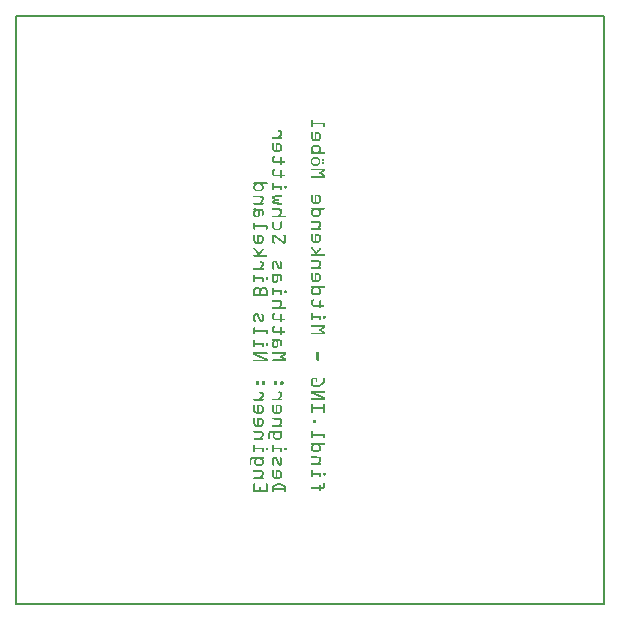
<source format=gbo>
G04 MADE WITH FRITZING*
G04 WWW.FRITZING.ORG*
G04 DOUBLE SIDED*
G04 HOLES PLATED*
G04 CONTOUR ON CENTER OF CONTOUR VECTOR*
%ASAXBY*%
%FSLAX23Y23*%
%MOIN*%
%OFA0B0*%
%SFA1.0B1.0*%
%ADD10R,1.968500X1.968500X1.952500X1.952500*%
%ADD11C,0.008000*%
%ADD12R,0.001000X0.001000*%
%LNSILK0*%
G90*
G70*
G54D11*
X4Y1965D02*
X1965Y1965D01*
X1965Y4D01*
X4Y4D01*
X4Y1965D01*
D02*
G54D12*
X989Y1617D02*
X991Y1617D01*
X988Y1616D02*
X992Y1616D01*
X987Y1615D02*
X992Y1615D01*
X987Y1614D02*
X992Y1614D01*
X987Y1613D02*
X993Y1613D01*
X987Y1612D02*
X993Y1612D01*
X987Y1611D02*
X993Y1611D01*
X987Y1610D02*
X993Y1610D01*
X987Y1609D02*
X993Y1609D01*
X987Y1608D02*
X1032Y1608D01*
X987Y1607D02*
X1033Y1607D01*
X987Y1606D02*
X1034Y1606D01*
X987Y1605D02*
X1034Y1605D01*
X987Y1604D02*
X1034Y1604D01*
X987Y1603D02*
X1034Y1603D01*
X987Y1602D02*
X993Y1602D01*
X1028Y1602D02*
X1034Y1602D01*
X987Y1601D02*
X993Y1601D01*
X1028Y1601D02*
X1034Y1601D01*
X987Y1600D02*
X993Y1600D01*
X1028Y1600D02*
X1034Y1600D01*
X987Y1599D02*
X993Y1599D01*
X1028Y1599D02*
X1034Y1599D01*
X987Y1598D02*
X993Y1598D01*
X1028Y1598D02*
X1034Y1598D01*
X987Y1597D02*
X993Y1597D01*
X1028Y1597D02*
X1034Y1597D01*
X987Y1596D02*
X992Y1596D01*
X1029Y1596D02*
X1034Y1596D01*
X988Y1595D02*
X992Y1595D01*
X1029Y1595D02*
X1033Y1595D01*
X989Y1594D02*
X991Y1594D01*
X1030Y1594D02*
X1032Y1594D01*
X880Y1584D02*
X884Y1584D01*
X879Y1583D02*
X887Y1583D01*
X878Y1582D02*
X888Y1582D01*
X878Y1581D02*
X889Y1581D01*
X878Y1580D02*
X890Y1580D01*
X879Y1579D02*
X890Y1579D01*
X884Y1578D02*
X890Y1578D01*
X885Y1577D02*
X891Y1577D01*
X886Y1576D02*
X891Y1576D01*
X988Y1576D02*
X992Y1576D01*
X1001Y1576D02*
X1014Y1576D01*
X886Y1575D02*
X891Y1575D01*
X988Y1575D02*
X992Y1575D01*
X1000Y1575D02*
X1015Y1575D01*
X886Y1574D02*
X891Y1574D01*
X987Y1574D02*
X992Y1574D01*
X1000Y1574D02*
X1016Y1574D01*
X886Y1573D02*
X891Y1573D01*
X987Y1573D02*
X993Y1573D01*
X1000Y1573D02*
X1017Y1573D01*
X886Y1572D02*
X891Y1572D01*
X987Y1572D02*
X993Y1572D01*
X1000Y1572D02*
X1018Y1572D01*
X886Y1571D02*
X891Y1571D01*
X987Y1571D02*
X993Y1571D01*
X1000Y1571D02*
X1019Y1571D01*
X885Y1570D02*
X891Y1570D01*
X987Y1570D02*
X993Y1570D01*
X1000Y1570D02*
X1005Y1570D01*
X1013Y1570D02*
X1020Y1570D01*
X885Y1569D02*
X891Y1569D01*
X987Y1569D02*
X993Y1569D01*
X1000Y1569D02*
X1005Y1569D01*
X1014Y1569D02*
X1020Y1569D01*
X884Y1568D02*
X891Y1568D01*
X987Y1568D02*
X993Y1568D01*
X1000Y1568D02*
X1005Y1568D01*
X1015Y1568D02*
X1020Y1568D01*
X883Y1567D02*
X890Y1567D01*
X987Y1567D02*
X993Y1567D01*
X1000Y1567D02*
X1005Y1567D01*
X1015Y1567D02*
X1021Y1567D01*
X882Y1566D02*
X889Y1566D01*
X987Y1566D02*
X993Y1566D01*
X1000Y1566D02*
X1005Y1566D01*
X1016Y1566D02*
X1021Y1566D01*
X881Y1565D02*
X888Y1565D01*
X987Y1565D02*
X993Y1565D01*
X1000Y1565D02*
X1005Y1565D01*
X1016Y1565D02*
X1021Y1565D01*
X880Y1564D02*
X887Y1564D01*
X987Y1564D02*
X993Y1564D01*
X1000Y1564D02*
X1005Y1564D01*
X1016Y1564D02*
X1021Y1564D01*
X879Y1563D02*
X886Y1563D01*
X987Y1563D02*
X993Y1563D01*
X1000Y1563D02*
X1005Y1563D01*
X1016Y1563D02*
X1021Y1563D01*
X879Y1562D02*
X886Y1562D01*
X987Y1562D02*
X993Y1562D01*
X1000Y1562D02*
X1005Y1562D01*
X1016Y1562D02*
X1021Y1562D01*
X878Y1561D02*
X885Y1561D01*
X987Y1561D02*
X993Y1561D01*
X1000Y1561D02*
X1005Y1561D01*
X1016Y1561D02*
X1021Y1561D01*
X859Y1560D02*
X889Y1560D01*
X987Y1560D02*
X993Y1560D01*
X1000Y1560D02*
X1005Y1560D01*
X1016Y1560D02*
X1021Y1560D01*
X858Y1559D02*
X890Y1559D01*
X987Y1559D02*
X993Y1559D01*
X1000Y1559D02*
X1005Y1559D01*
X1016Y1559D02*
X1021Y1559D01*
X858Y1558D02*
X891Y1558D01*
X987Y1558D02*
X993Y1558D01*
X1000Y1558D02*
X1005Y1558D01*
X1016Y1558D02*
X1021Y1558D01*
X858Y1557D02*
X891Y1557D01*
X987Y1557D02*
X993Y1557D01*
X1000Y1557D02*
X1005Y1557D01*
X1015Y1557D02*
X1021Y1557D01*
X858Y1556D02*
X891Y1556D01*
X988Y1556D02*
X993Y1556D01*
X1000Y1556D02*
X1005Y1556D01*
X1015Y1556D02*
X1021Y1556D01*
X859Y1555D02*
X890Y1555D01*
X988Y1555D02*
X994Y1555D01*
X1000Y1555D02*
X1005Y1555D01*
X1014Y1555D02*
X1020Y1555D01*
X988Y1554D02*
X995Y1554D01*
X1000Y1554D02*
X1005Y1554D01*
X1013Y1554D02*
X1020Y1554D01*
X989Y1553D02*
X997Y1553D01*
X1000Y1553D02*
X1006Y1553D01*
X1011Y1553D02*
X1019Y1553D01*
X990Y1552D02*
X1018Y1552D01*
X990Y1551D02*
X1018Y1551D01*
X991Y1550D02*
X1017Y1550D01*
X992Y1549D02*
X1016Y1549D01*
X994Y1548D02*
X1014Y1548D01*
X996Y1547D02*
X1012Y1547D01*
X859Y1540D02*
X861Y1540D01*
X871Y1540D02*
X884Y1540D01*
X858Y1539D02*
X862Y1539D01*
X871Y1539D02*
X885Y1539D01*
X858Y1538D02*
X863Y1538D01*
X870Y1538D02*
X886Y1538D01*
X857Y1537D02*
X863Y1537D01*
X870Y1537D02*
X887Y1537D01*
X857Y1536D02*
X863Y1536D01*
X870Y1536D02*
X888Y1536D01*
X857Y1535D02*
X863Y1535D01*
X870Y1535D02*
X889Y1535D01*
X857Y1534D02*
X863Y1534D01*
X870Y1534D02*
X875Y1534D01*
X883Y1534D02*
X890Y1534D01*
X857Y1533D02*
X863Y1533D01*
X870Y1533D02*
X875Y1533D01*
X884Y1533D02*
X890Y1533D01*
X996Y1533D02*
X1012Y1533D01*
X857Y1532D02*
X863Y1532D01*
X870Y1532D02*
X875Y1532D01*
X885Y1532D02*
X891Y1532D01*
X994Y1532D02*
X1014Y1532D01*
X857Y1531D02*
X863Y1531D01*
X870Y1531D02*
X875Y1531D01*
X885Y1531D02*
X891Y1531D01*
X992Y1531D02*
X1016Y1531D01*
X857Y1530D02*
X863Y1530D01*
X870Y1530D02*
X875Y1530D01*
X886Y1530D02*
X891Y1530D01*
X991Y1530D02*
X1017Y1530D01*
X857Y1529D02*
X863Y1529D01*
X870Y1529D02*
X875Y1529D01*
X886Y1529D02*
X891Y1529D01*
X991Y1529D02*
X1018Y1529D01*
X857Y1528D02*
X863Y1528D01*
X870Y1528D02*
X875Y1528D01*
X886Y1528D02*
X891Y1528D01*
X990Y1528D02*
X1018Y1528D01*
X857Y1527D02*
X863Y1527D01*
X870Y1527D02*
X875Y1527D01*
X886Y1527D02*
X891Y1527D01*
X989Y1527D02*
X996Y1527D01*
X1012Y1527D02*
X1019Y1527D01*
X857Y1526D02*
X863Y1526D01*
X870Y1526D02*
X875Y1526D01*
X886Y1526D02*
X891Y1526D01*
X988Y1526D02*
X995Y1526D01*
X1013Y1526D02*
X1020Y1526D01*
X857Y1525D02*
X863Y1525D01*
X870Y1525D02*
X875Y1525D01*
X886Y1525D02*
X891Y1525D01*
X988Y1525D02*
X994Y1525D01*
X1014Y1525D02*
X1020Y1525D01*
X857Y1524D02*
X863Y1524D01*
X870Y1524D02*
X875Y1524D01*
X886Y1524D02*
X891Y1524D01*
X988Y1524D02*
X993Y1524D01*
X1015Y1524D02*
X1021Y1524D01*
X857Y1523D02*
X863Y1523D01*
X870Y1523D02*
X875Y1523D01*
X886Y1523D02*
X891Y1523D01*
X987Y1523D02*
X993Y1523D01*
X1015Y1523D02*
X1021Y1523D01*
X857Y1522D02*
X863Y1522D01*
X870Y1522D02*
X875Y1522D01*
X886Y1522D02*
X891Y1522D01*
X987Y1522D02*
X993Y1522D01*
X1016Y1522D02*
X1021Y1522D01*
X858Y1521D02*
X863Y1521D01*
X870Y1521D02*
X875Y1521D01*
X886Y1521D02*
X891Y1521D01*
X987Y1521D02*
X993Y1521D01*
X1016Y1521D02*
X1021Y1521D01*
X858Y1520D02*
X863Y1520D01*
X870Y1520D02*
X875Y1520D01*
X885Y1520D02*
X891Y1520D01*
X987Y1520D02*
X993Y1520D01*
X1016Y1520D02*
X1021Y1520D01*
X858Y1519D02*
X864Y1519D01*
X870Y1519D02*
X875Y1519D01*
X884Y1519D02*
X890Y1519D01*
X987Y1519D02*
X993Y1519D01*
X1016Y1519D02*
X1021Y1519D01*
X858Y1518D02*
X865Y1518D01*
X870Y1518D02*
X875Y1518D01*
X883Y1518D02*
X890Y1518D01*
X987Y1518D02*
X993Y1518D01*
X1016Y1518D02*
X1021Y1518D01*
X859Y1517D02*
X867Y1517D01*
X870Y1517D02*
X876Y1517D01*
X882Y1517D02*
X889Y1517D01*
X987Y1517D02*
X993Y1517D01*
X1016Y1517D02*
X1021Y1517D01*
X860Y1516D02*
X889Y1516D01*
X988Y1516D02*
X993Y1516D01*
X1015Y1516D02*
X1021Y1516D01*
X860Y1515D02*
X888Y1515D01*
X988Y1515D02*
X994Y1515D01*
X1014Y1515D02*
X1020Y1515D01*
X861Y1514D02*
X887Y1514D01*
X988Y1514D02*
X995Y1514D01*
X1014Y1514D02*
X1020Y1514D01*
X862Y1513D02*
X886Y1513D01*
X989Y1513D02*
X995Y1513D01*
X1013Y1513D02*
X1020Y1513D01*
X864Y1512D02*
X884Y1512D01*
X989Y1512D02*
X996Y1512D01*
X1012Y1512D02*
X1019Y1512D01*
X866Y1511D02*
X882Y1511D01*
X990Y1511D02*
X997Y1511D01*
X1011Y1511D02*
X1018Y1511D01*
X991Y1510D02*
X998Y1510D01*
X1010Y1510D02*
X1017Y1510D01*
X989Y1509D02*
X1032Y1509D01*
X988Y1508D02*
X1033Y1508D01*
X988Y1507D02*
X1033Y1507D01*
X987Y1506D02*
X1034Y1506D01*
X988Y1505D02*
X1033Y1505D01*
X988Y1504D02*
X1033Y1504D01*
X864Y1497D02*
X866Y1497D01*
X862Y1496D02*
X867Y1496D01*
X861Y1495D02*
X868Y1495D01*
X860Y1494D02*
X868Y1494D01*
X888Y1494D02*
X888Y1494D01*
X859Y1493D02*
X867Y1493D01*
X887Y1493D02*
X890Y1493D01*
X997Y1493D02*
X1008Y1493D01*
X858Y1492D02*
X867Y1492D01*
X886Y1492D02*
X891Y1492D01*
X994Y1492D02*
X1011Y1492D01*
X858Y1491D02*
X865Y1491D01*
X886Y1491D02*
X891Y1491D01*
X992Y1491D02*
X1013Y1491D01*
X858Y1490D02*
X863Y1490D01*
X886Y1490D02*
X891Y1490D01*
X991Y1490D02*
X1014Y1490D01*
X858Y1489D02*
X863Y1489D01*
X886Y1489D02*
X891Y1489D01*
X990Y1489D02*
X1015Y1489D01*
X857Y1488D02*
X863Y1488D01*
X886Y1488D02*
X891Y1488D01*
X989Y1488D02*
X998Y1488D01*
X1007Y1488D02*
X1016Y1488D01*
X857Y1487D02*
X863Y1487D01*
X886Y1487D02*
X891Y1487D01*
X989Y1487D02*
X995Y1487D01*
X1010Y1487D02*
X1016Y1487D01*
X1025Y1487D02*
X1030Y1487D01*
X857Y1486D02*
X863Y1486D01*
X886Y1486D02*
X891Y1486D01*
X988Y1486D02*
X993Y1486D01*
X1012Y1486D02*
X1017Y1486D01*
X1025Y1486D02*
X1030Y1486D01*
X857Y1485D02*
X863Y1485D01*
X886Y1485D02*
X891Y1485D01*
X988Y1485D02*
X992Y1485D01*
X1013Y1485D02*
X1017Y1485D01*
X1025Y1485D02*
X1030Y1485D01*
X857Y1484D02*
X863Y1484D01*
X886Y1484D02*
X891Y1484D01*
X987Y1484D02*
X992Y1484D01*
X1014Y1484D02*
X1018Y1484D01*
X1025Y1484D02*
X1030Y1484D01*
X857Y1483D02*
X863Y1483D01*
X886Y1483D02*
X891Y1483D01*
X987Y1483D02*
X991Y1483D01*
X1014Y1483D02*
X1018Y1483D01*
X1025Y1483D02*
X1030Y1483D01*
X857Y1482D02*
X863Y1482D01*
X886Y1482D02*
X891Y1482D01*
X987Y1482D02*
X991Y1482D01*
X1015Y1482D02*
X1018Y1482D01*
X1025Y1482D02*
X1030Y1482D01*
X858Y1481D02*
X863Y1481D01*
X886Y1481D02*
X891Y1481D01*
X987Y1481D02*
X990Y1481D01*
X1015Y1481D02*
X1018Y1481D01*
X858Y1480D02*
X864Y1480D01*
X886Y1480D02*
X891Y1480D01*
X987Y1480D02*
X990Y1480D01*
X1015Y1480D02*
X1018Y1480D01*
X858Y1479D02*
X899Y1479D01*
X987Y1479D02*
X990Y1479D01*
X1015Y1479D02*
X1018Y1479D01*
X858Y1478D02*
X900Y1478D01*
X987Y1478D02*
X990Y1478D01*
X1015Y1478D02*
X1018Y1478D01*
X859Y1477D02*
X901Y1477D01*
X987Y1477D02*
X990Y1477D01*
X1015Y1477D02*
X1018Y1477D01*
X860Y1476D02*
X901Y1476D01*
X987Y1476D02*
X991Y1476D01*
X1014Y1476D02*
X1018Y1476D01*
X1025Y1476D02*
X1030Y1476D01*
X861Y1475D02*
X901Y1475D01*
X987Y1475D02*
X991Y1475D01*
X1014Y1475D02*
X1018Y1475D01*
X1025Y1475D02*
X1030Y1475D01*
X863Y1474D02*
X900Y1474D01*
X987Y1474D02*
X992Y1474D01*
X1013Y1474D02*
X1018Y1474D01*
X1025Y1474D02*
X1030Y1474D01*
X885Y1473D02*
X891Y1473D01*
X988Y1473D02*
X993Y1473D01*
X1013Y1473D02*
X1017Y1473D01*
X1025Y1473D02*
X1030Y1473D01*
X886Y1472D02*
X891Y1472D01*
X988Y1472D02*
X994Y1472D01*
X1011Y1472D02*
X1017Y1472D01*
X1025Y1472D02*
X1030Y1472D01*
X886Y1471D02*
X891Y1471D01*
X989Y1471D02*
X996Y1471D01*
X1009Y1471D02*
X1016Y1471D01*
X1025Y1471D02*
X1030Y1471D01*
X886Y1470D02*
X891Y1470D01*
X990Y1470D02*
X1000Y1470D01*
X1005Y1470D02*
X1016Y1470D01*
X886Y1469D02*
X891Y1469D01*
X990Y1469D02*
X1015Y1469D01*
X887Y1468D02*
X890Y1468D01*
X992Y1468D02*
X1014Y1468D01*
X993Y1467D02*
X1012Y1467D01*
X995Y1466D02*
X1010Y1466D01*
X998Y1465D02*
X1007Y1465D01*
X988Y1455D02*
X1034Y1455D01*
X988Y1454D02*
X1034Y1454D01*
X863Y1453D02*
X866Y1453D01*
X987Y1453D02*
X1034Y1453D01*
X862Y1452D02*
X867Y1452D01*
X988Y1452D02*
X1034Y1452D01*
X860Y1451D02*
X868Y1451D01*
X988Y1451D02*
X1034Y1451D01*
X859Y1450D02*
X868Y1450D01*
X887Y1450D02*
X889Y1450D01*
X989Y1450D02*
X1034Y1450D01*
X859Y1449D02*
X867Y1449D01*
X886Y1449D02*
X890Y1449D01*
X1025Y1449D02*
X1034Y1449D01*
X858Y1448D02*
X866Y1448D01*
X886Y1448D02*
X891Y1448D01*
X1024Y1448D02*
X1033Y1448D01*
X858Y1447D02*
X864Y1447D01*
X886Y1447D02*
X891Y1447D01*
X1022Y1447D02*
X1032Y1447D01*
X858Y1446D02*
X863Y1446D01*
X886Y1446D02*
X891Y1446D01*
X1021Y1446D02*
X1031Y1446D01*
X858Y1445D02*
X863Y1445D01*
X886Y1445D02*
X891Y1445D01*
X1019Y1445D02*
X1029Y1445D01*
X857Y1444D02*
X863Y1444D01*
X886Y1444D02*
X891Y1444D01*
X1018Y1444D02*
X1028Y1444D01*
X857Y1443D02*
X863Y1443D01*
X886Y1443D02*
X891Y1443D01*
X1014Y1443D02*
X1026Y1443D01*
X857Y1442D02*
X863Y1442D01*
X886Y1442D02*
X891Y1442D01*
X1013Y1442D02*
X1025Y1442D01*
X857Y1441D02*
X863Y1441D01*
X886Y1441D02*
X891Y1441D01*
X1013Y1441D02*
X1023Y1441D01*
X857Y1440D02*
X863Y1440D01*
X886Y1440D02*
X891Y1440D01*
X1013Y1440D02*
X1024Y1440D01*
X857Y1439D02*
X863Y1439D01*
X886Y1439D02*
X891Y1439D01*
X1014Y1439D02*
X1026Y1439D01*
X858Y1438D02*
X863Y1438D01*
X886Y1438D02*
X891Y1438D01*
X1015Y1438D02*
X1027Y1438D01*
X858Y1437D02*
X863Y1437D01*
X886Y1437D02*
X891Y1437D01*
X1019Y1437D02*
X1028Y1437D01*
X858Y1436D02*
X864Y1436D01*
X886Y1436D02*
X891Y1436D01*
X1020Y1436D02*
X1030Y1436D01*
X858Y1435D02*
X900Y1435D01*
X1021Y1435D02*
X1031Y1435D01*
X859Y1434D02*
X901Y1434D01*
X1023Y1434D02*
X1033Y1434D01*
X859Y1433D02*
X901Y1433D01*
X1024Y1433D02*
X1034Y1433D01*
X860Y1432D02*
X901Y1432D01*
X1025Y1432D02*
X1034Y1432D01*
X862Y1431D02*
X901Y1431D01*
X989Y1431D02*
X1034Y1431D01*
X863Y1430D02*
X900Y1430D01*
X988Y1430D02*
X1034Y1430D01*
X886Y1429D02*
X891Y1429D01*
X987Y1429D02*
X1034Y1429D01*
X886Y1428D02*
X891Y1428D01*
X988Y1428D02*
X1034Y1428D01*
X886Y1427D02*
X891Y1427D01*
X988Y1427D02*
X1034Y1427D01*
X886Y1426D02*
X891Y1426D01*
X989Y1426D02*
X1034Y1426D01*
X886Y1425D02*
X890Y1425D01*
X887Y1424D02*
X889Y1424D01*
X797Y1409D02*
X840Y1409D01*
X796Y1408D02*
X841Y1408D01*
X796Y1407D02*
X842Y1407D01*
X796Y1406D02*
X842Y1406D01*
X858Y1406D02*
X862Y1406D01*
X796Y1405D02*
X842Y1405D01*
X858Y1405D02*
X862Y1405D01*
X797Y1404D02*
X841Y1404D01*
X858Y1404D02*
X863Y1404D01*
X799Y1403D02*
X807Y1403D01*
X818Y1403D02*
X825Y1403D01*
X857Y1403D02*
X863Y1403D01*
X799Y1402D02*
X806Y1402D01*
X819Y1402D02*
X826Y1402D01*
X857Y1402D02*
X863Y1402D01*
X798Y1401D02*
X805Y1401D01*
X820Y1401D02*
X827Y1401D01*
X857Y1401D02*
X863Y1401D01*
X797Y1400D02*
X804Y1400D01*
X821Y1400D02*
X828Y1400D01*
X857Y1400D02*
X863Y1400D01*
X797Y1399D02*
X803Y1399D01*
X822Y1399D02*
X828Y1399D01*
X857Y1399D02*
X863Y1399D01*
X796Y1398D02*
X802Y1398D01*
X822Y1398D02*
X829Y1398D01*
X857Y1398D02*
X863Y1398D01*
X796Y1397D02*
X802Y1397D01*
X823Y1397D02*
X829Y1397D01*
X857Y1397D02*
X890Y1397D01*
X900Y1397D02*
X905Y1397D01*
X796Y1396D02*
X801Y1396D01*
X824Y1396D02*
X829Y1396D01*
X857Y1396D02*
X891Y1396D01*
X899Y1396D02*
X906Y1396D01*
X796Y1395D02*
X801Y1395D01*
X824Y1395D02*
X829Y1395D01*
X857Y1395D02*
X891Y1395D01*
X899Y1395D02*
X906Y1395D01*
X796Y1394D02*
X801Y1394D01*
X824Y1394D02*
X829Y1394D01*
X857Y1394D02*
X891Y1394D01*
X899Y1394D02*
X906Y1394D01*
X796Y1393D02*
X801Y1393D01*
X824Y1393D02*
X829Y1393D01*
X857Y1393D02*
X891Y1393D01*
X899Y1393D02*
X906Y1393D01*
X796Y1392D02*
X801Y1392D01*
X824Y1392D02*
X829Y1392D01*
X857Y1392D02*
X891Y1392D01*
X899Y1392D02*
X906Y1392D01*
X796Y1391D02*
X801Y1391D01*
X824Y1391D02*
X829Y1391D01*
X857Y1391D02*
X863Y1391D01*
X886Y1391D02*
X891Y1391D01*
X899Y1391D02*
X906Y1391D01*
X796Y1390D02*
X801Y1390D01*
X824Y1390D02*
X829Y1390D01*
X857Y1390D02*
X863Y1390D01*
X886Y1390D02*
X891Y1390D01*
X899Y1390D02*
X906Y1390D01*
X796Y1389D02*
X801Y1389D01*
X824Y1389D02*
X829Y1389D01*
X857Y1389D02*
X863Y1389D01*
X886Y1389D02*
X891Y1389D01*
X901Y1389D02*
X904Y1389D01*
X796Y1388D02*
X802Y1388D01*
X823Y1388D02*
X829Y1388D01*
X857Y1388D02*
X863Y1388D01*
X886Y1388D02*
X891Y1388D01*
X796Y1387D02*
X803Y1387D01*
X822Y1387D02*
X828Y1387D01*
X857Y1387D02*
X863Y1387D01*
X886Y1387D02*
X891Y1387D01*
X797Y1386D02*
X804Y1386D01*
X821Y1386D02*
X828Y1386D01*
X858Y1386D02*
X863Y1386D01*
X886Y1386D02*
X891Y1386D01*
X798Y1385D02*
X827Y1385D01*
X858Y1385D02*
X862Y1385D01*
X886Y1385D02*
X891Y1385D01*
X798Y1384D02*
X826Y1384D01*
X858Y1384D02*
X862Y1384D01*
X886Y1384D02*
X890Y1384D01*
X799Y1383D02*
X826Y1383D01*
X860Y1383D02*
X860Y1383D01*
X888Y1383D02*
X889Y1383D01*
X800Y1382D02*
X825Y1382D01*
X801Y1381D02*
X823Y1381D01*
X803Y1380D02*
X822Y1380D01*
X989Y1368D02*
X991Y1368D01*
X1002Y1368D02*
X1013Y1368D01*
X988Y1367D02*
X992Y1367D01*
X1001Y1367D02*
X1015Y1367D01*
X869Y1366D02*
X890Y1366D01*
X987Y1366D02*
X992Y1366D01*
X1000Y1366D02*
X1016Y1366D01*
X797Y1365D02*
X821Y1365D01*
X865Y1365D02*
X891Y1365D01*
X987Y1365D02*
X993Y1365D01*
X1000Y1365D02*
X1017Y1365D01*
X796Y1364D02*
X824Y1364D01*
X862Y1364D02*
X891Y1364D01*
X987Y1364D02*
X993Y1364D01*
X1000Y1364D02*
X1018Y1364D01*
X796Y1363D02*
X826Y1363D01*
X859Y1363D02*
X891Y1363D01*
X987Y1363D02*
X993Y1363D01*
X1000Y1363D02*
X1019Y1363D01*
X796Y1362D02*
X827Y1362D01*
X858Y1362D02*
X890Y1362D01*
X987Y1362D02*
X993Y1362D01*
X1000Y1362D02*
X1005Y1362D01*
X1012Y1362D02*
X1019Y1362D01*
X796Y1361D02*
X828Y1361D01*
X858Y1361D02*
X888Y1361D01*
X987Y1361D02*
X993Y1361D01*
X1000Y1361D02*
X1005Y1361D01*
X1014Y1361D02*
X1020Y1361D01*
X798Y1360D02*
X828Y1360D01*
X857Y1360D02*
X869Y1360D01*
X987Y1360D02*
X993Y1360D01*
X1000Y1360D02*
X1005Y1360D01*
X1014Y1360D02*
X1020Y1360D01*
X819Y1359D02*
X829Y1359D01*
X857Y1359D02*
X866Y1359D01*
X987Y1359D02*
X993Y1359D01*
X1000Y1359D02*
X1005Y1359D01*
X1015Y1359D02*
X1021Y1359D01*
X823Y1358D02*
X829Y1358D01*
X857Y1358D02*
X864Y1358D01*
X987Y1358D02*
X993Y1358D01*
X1000Y1358D02*
X1005Y1358D01*
X1015Y1358D02*
X1021Y1358D01*
X824Y1357D02*
X829Y1357D01*
X858Y1357D02*
X866Y1357D01*
X987Y1357D02*
X993Y1357D01*
X1000Y1357D02*
X1005Y1357D01*
X1016Y1357D02*
X1021Y1357D01*
X824Y1356D02*
X829Y1356D01*
X858Y1356D02*
X868Y1356D01*
X987Y1356D02*
X993Y1356D01*
X1000Y1356D02*
X1005Y1356D01*
X1016Y1356D02*
X1021Y1356D01*
X824Y1355D02*
X829Y1355D01*
X859Y1355D02*
X870Y1355D01*
X987Y1355D02*
X993Y1355D01*
X1000Y1355D02*
X1005Y1355D01*
X1016Y1355D02*
X1021Y1355D01*
X824Y1354D02*
X829Y1354D01*
X860Y1354D02*
X879Y1354D01*
X987Y1354D02*
X993Y1354D01*
X1000Y1354D02*
X1005Y1354D01*
X1016Y1354D02*
X1021Y1354D01*
X824Y1353D02*
X829Y1353D01*
X862Y1353D02*
X880Y1353D01*
X987Y1353D02*
X993Y1353D01*
X1000Y1353D02*
X1005Y1353D01*
X1016Y1353D02*
X1021Y1353D01*
X824Y1352D02*
X829Y1352D01*
X864Y1352D02*
X880Y1352D01*
X987Y1352D02*
X993Y1352D01*
X1000Y1352D02*
X1005Y1352D01*
X1016Y1352D02*
X1021Y1352D01*
X824Y1351D02*
X829Y1351D01*
X864Y1351D02*
X881Y1351D01*
X987Y1351D02*
X993Y1351D01*
X1000Y1351D02*
X1005Y1351D01*
X1016Y1351D02*
X1021Y1351D01*
X823Y1350D02*
X829Y1350D01*
X862Y1350D02*
X880Y1350D01*
X987Y1350D02*
X993Y1350D01*
X1000Y1350D02*
X1005Y1350D01*
X1016Y1350D02*
X1021Y1350D01*
X822Y1349D02*
X828Y1349D01*
X861Y1349D02*
X879Y1349D01*
X987Y1349D02*
X993Y1349D01*
X1000Y1349D02*
X1005Y1349D01*
X1015Y1349D02*
X1021Y1349D01*
X822Y1348D02*
X828Y1348D01*
X859Y1348D02*
X870Y1348D01*
X988Y1348D02*
X993Y1348D01*
X1000Y1348D02*
X1005Y1348D01*
X1015Y1348D02*
X1021Y1348D01*
X821Y1347D02*
X827Y1347D01*
X858Y1347D02*
X869Y1347D01*
X988Y1347D02*
X994Y1347D01*
X1000Y1347D02*
X1005Y1347D01*
X1014Y1347D02*
X1020Y1347D01*
X820Y1346D02*
X827Y1346D01*
X858Y1346D02*
X867Y1346D01*
X988Y1346D02*
X995Y1346D01*
X1000Y1346D02*
X1005Y1346D01*
X1013Y1346D02*
X1020Y1346D01*
X820Y1345D02*
X826Y1345D01*
X857Y1345D02*
X865Y1345D01*
X989Y1345D02*
X996Y1345D01*
X1000Y1345D02*
X1005Y1345D01*
X1012Y1345D02*
X1019Y1345D01*
X819Y1344D02*
X825Y1344D01*
X857Y1344D02*
X865Y1344D01*
X989Y1344D02*
X1019Y1344D01*
X818Y1343D02*
X825Y1343D01*
X857Y1343D02*
X868Y1343D01*
X990Y1343D02*
X1018Y1343D01*
X818Y1342D02*
X824Y1342D01*
X858Y1342D02*
X879Y1342D01*
X991Y1342D02*
X1017Y1342D01*
X797Y1341D02*
X828Y1341D01*
X858Y1341D02*
X890Y1341D01*
X992Y1341D02*
X1016Y1341D01*
X796Y1340D02*
X829Y1340D01*
X859Y1340D02*
X890Y1340D01*
X993Y1340D02*
X1015Y1340D01*
X796Y1339D02*
X829Y1339D01*
X861Y1339D02*
X891Y1339D01*
X995Y1339D02*
X1013Y1339D01*
X796Y1338D02*
X829Y1338D01*
X864Y1338D02*
X891Y1338D01*
X796Y1337D02*
X829Y1337D01*
X868Y1337D02*
X890Y1337D01*
X798Y1336D02*
X827Y1336D01*
X876Y1336D02*
X889Y1336D01*
X990Y1325D02*
X1031Y1325D01*
X988Y1324D02*
X1033Y1324D01*
X988Y1323D02*
X1033Y1323D01*
X798Y1322D02*
X804Y1322D01*
X859Y1322D02*
X882Y1322D01*
X987Y1322D02*
X1034Y1322D01*
X796Y1321D02*
X823Y1321D01*
X858Y1321D02*
X886Y1321D01*
X988Y1321D02*
X1033Y1321D01*
X796Y1320D02*
X825Y1320D01*
X858Y1320D02*
X887Y1320D01*
X988Y1320D02*
X1033Y1320D01*
X796Y1319D02*
X826Y1319D01*
X858Y1319D02*
X889Y1319D01*
X990Y1319D02*
X1031Y1319D01*
X796Y1318D02*
X827Y1318D01*
X858Y1318D02*
X889Y1318D01*
X991Y1318D02*
X998Y1318D01*
X1010Y1318D02*
X1017Y1318D01*
X797Y1317D02*
X828Y1317D01*
X859Y1317D02*
X890Y1317D01*
X990Y1317D02*
X997Y1317D01*
X1011Y1317D02*
X1018Y1317D01*
X798Y1316D02*
X828Y1316D01*
X880Y1316D02*
X890Y1316D01*
X989Y1316D02*
X996Y1316D01*
X1012Y1316D02*
X1019Y1316D01*
X798Y1315D02*
X804Y1315D01*
X810Y1315D02*
X816Y1315D01*
X822Y1315D02*
X829Y1315D01*
X885Y1315D02*
X891Y1315D01*
X989Y1315D02*
X995Y1315D01*
X1013Y1315D02*
X1020Y1315D01*
X798Y1314D02*
X804Y1314D01*
X811Y1314D02*
X816Y1314D01*
X824Y1314D02*
X829Y1314D01*
X886Y1314D02*
X891Y1314D01*
X988Y1314D02*
X994Y1314D01*
X1014Y1314D02*
X1020Y1314D01*
X797Y1313D02*
X803Y1313D01*
X811Y1313D02*
X816Y1313D01*
X824Y1313D02*
X829Y1313D01*
X886Y1313D02*
X891Y1313D01*
X988Y1313D02*
X994Y1313D01*
X1015Y1313D02*
X1020Y1313D01*
X796Y1312D02*
X802Y1312D01*
X811Y1312D02*
X816Y1312D01*
X824Y1312D02*
X829Y1312D01*
X886Y1312D02*
X891Y1312D01*
X988Y1312D02*
X993Y1312D01*
X1015Y1312D02*
X1021Y1312D01*
X796Y1311D02*
X802Y1311D01*
X811Y1311D02*
X816Y1311D01*
X824Y1311D02*
X829Y1311D01*
X886Y1311D02*
X891Y1311D01*
X987Y1311D02*
X993Y1311D01*
X1016Y1311D02*
X1021Y1311D01*
X796Y1310D02*
X801Y1310D01*
X811Y1310D02*
X816Y1310D01*
X824Y1310D02*
X829Y1310D01*
X886Y1310D02*
X891Y1310D01*
X987Y1310D02*
X993Y1310D01*
X1016Y1310D02*
X1021Y1310D01*
X796Y1309D02*
X801Y1309D01*
X811Y1309D02*
X816Y1309D01*
X824Y1309D02*
X829Y1309D01*
X886Y1309D02*
X891Y1309D01*
X987Y1309D02*
X993Y1309D01*
X1016Y1309D02*
X1021Y1309D01*
X796Y1308D02*
X801Y1308D01*
X811Y1308D02*
X816Y1308D01*
X824Y1308D02*
X829Y1308D01*
X885Y1308D02*
X891Y1308D01*
X987Y1308D02*
X993Y1308D01*
X1016Y1308D02*
X1021Y1308D01*
X796Y1307D02*
X801Y1307D01*
X811Y1307D02*
X816Y1307D01*
X824Y1307D02*
X829Y1307D01*
X885Y1307D02*
X890Y1307D01*
X987Y1307D02*
X993Y1307D01*
X1016Y1307D02*
X1021Y1307D01*
X796Y1306D02*
X801Y1306D01*
X811Y1306D02*
X816Y1306D01*
X824Y1306D02*
X829Y1306D01*
X884Y1306D02*
X890Y1306D01*
X987Y1306D02*
X993Y1306D01*
X1016Y1306D02*
X1021Y1306D01*
X796Y1305D02*
X801Y1305D01*
X811Y1305D02*
X816Y1305D01*
X824Y1305D02*
X829Y1305D01*
X883Y1305D02*
X890Y1305D01*
X987Y1305D02*
X993Y1305D01*
X1015Y1305D02*
X1021Y1305D01*
X796Y1304D02*
X801Y1304D01*
X811Y1304D02*
X816Y1304D01*
X824Y1304D02*
X829Y1304D01*
X883Y1304D02*
X889Y1304D01*
X988Y1304D02*
X993Y1304D01*
X1015Y1304D02*
X1021Y1304D01*
X796Y1303D02*
X801Y1303D01*
X811Y1303D02*
X816Y1303D01*
X824Y1303D02*
X829Y1303D01*
X882Y1303D02*
X888Y1303D01*
X988Y1303D02*
X994Y1303D01*
X1014Y1303D02*
X1020Y1303D01*
X796Y1302D02*
X801Y1302D01*
X811Y1302D02*
X816Y1302D01*
X824Y1302D02*
X829Y1302D01*
X881Y1302D02*
X888Y1302D01*
X988Y1302D02*
X995Y1302D01*
X1013Y1302D02*
X1020Y1302D01*
X796Y1301D02*
X801Y1301D01*
X811Y1301D02*
X816Y1301D01*
X824Y1301D02*
X829Y1301D01*
X881Y1301D02*
X887Y1301D01*
X989Y1301D02*
X997Y1301D01*
X1011Y1301D02*
X1019Y1301D01*
X796Y1300D02*
X801Y1300D01*
X811Y1300D02*
X816Y1300D01*
X824Y1300D02*
X829Y1300D01*
X880Y1300D02*
X887Y1300D01*
X990Y1300D02*
X1018Y1300D01*
X796Y1299D02*
X802Y1299D01*
X810Y1299D02*
X816Y1299D01*
X825Y1299D02*
X828Y1299D01*
X879Y1299D02*
X886Y1299D01*
X991Y1299D02*
X1018Y1299D01*
X796Y1298D02*
X816Y1298D01*
X859Y1298D02*
X903Y1298D01*
X991Y1298D02*
X1017Y1298D01*
X797Y1297D02*
X815Y1297D01*
X858Y1297D02*
X903Y1297D01*
X992Y1297D02*
X1016Y1297D01*
X797Y1296D02*
X815Y1296D01*
X858Y1296D02*
X904Y1296D01*
X994Y1296D02*
X1014Y1296D01*
X798Y1295D02*
X814Y1295D01*
X858Y1295D02*
X904Y1295D01*
X997Y1295D02*
X1011Y1295D01*
X799Y1294D02*
X813Y1294D01*
X858Y1294D02*
X903Y1294D01*
X801Y1293D02*
X811Y1293D01*
X859Y1293D02*
X902Y1293D01*
X989Y1281D02*
X1001Y1281D01*
X988Y1280D02*
X1015Y1280D01*
X860Y1279D02*
X860Y1279D01*
X888Y1279D02*
X889Y1279D01*
X988Y1279D02*
X1017Y1279D01*
X858Y1278D02*
X862Y1278D01*
X886Y1278D02*
X890Y1278D01*
X987Y1278D02*
X1018Y1278D01*
X858Y1277D02*
X862Y1277D01*
X886Y1277D02*
X891Y1277D01*
X988Y1277D02*
X1019Y1277D01*
X857Y1276D02*
X863Y1276D01*
X886Y1276D02*
X891Y1276D01*
X989Y1276D02*
X1020Y1276D01*
X797Y1275D02*
X800Y1275D01*
X857Y1275D02*
X863Y1275D01*
X886Y1275D02*
X891Y1275D01*
X999Y1275D02*
X1020Y1275D01*
X796Y1274D02*
X800Y1274D01*
X857Y1274D02*
X863Y1274D01*
X886Y1274D02*
X891Y1274D01*
X1014Y1274D02*
X1020Y1274D01*
X796Y1273D02*
X801Y1273D01*
X857Y1273D02*
X863Y1273D01*
X886Y1273D02*
X891Y1273D01*
X1015Y1273D02*
X1021Y1273D01*
X796Y1272D02*
X801Y1272D01*
X857Y1272D02*
X863Y1272D01*
X886Y1272D02*
X891Y1272D01*
X1016Y1272D02*
X1021Y1272D01*
X796Y1271D02*
X801Y1271D01*
X857Y1271D02*
X863Y1271D01*
X886Y1271D02*
X891Y1271D01*
X1016Y1271D02*
X1021Y1271D01*
X796Y1270D02*
X801Y1270D01*
X857Y1270D02*
X863Y1270D01*
X886Y1270D02*
X891Y1270D01*
X1016Y1270D02*
X1021Y1270D01*
X796Y1269D02*
X801Y1269D01*
X857Y1269D02*
X863Y1269D01*
X886Y1269D02*
X891Y1269D01*
X1016Y1269D02*
X1021Y1269D01*
X796Y1268D02*
X801Y1268D01*
X857Y1268D02*
X863Y1268D01*
X886Y1268D02*
X891Y1268D01*
X1016Y1268D02*
X1021Y1268D01*
X796Y1267D02*
X801Y1267D01*
X857Y1267D02*
X863Y1267D01*
X886Y1267D02*
X891Y1267D01*
X1015Y1267D02*
X1021Y1267D01*
X796Y1266D02*
X841Y1266D01*
X857Y1266D02*
X863Y1266D01*
X886Y1266D02*
X891Y1266D01*
X1015Y1266D02*
X1020Y1266D01*
X796Y1265D02*
X842Y1265D01*
X857Y1265D02*
X863Y1265D01*
X886Y1265D02*
X891Y1265D01*
X1014Y1265D02*
X1020Y1265D01*
X796Y1264D02*
X842Y1264D01*
X857Y1264D02*
X863Y1264D01*
X886Y1264D02*
X891Y1264D01*
X1014Y1264D02*
X1020Y1264D01*
X796Y1263D02*
X842Y1263D01*
X858Y1263D02*
X863Y1263D01*
X886Y1263D02*
X891Y1263D01*
X1013Y1263D02*
X1019Y1263D01*
X796Y1262D02*
X842Y1262D01*
X858Y1262D02*
X863Y1262D01*
X885Y1262D02*
X891Y1262D01*
X1012Y1262D02*
X1019Y1262D01*
X796Y1261D02*
X842Y1261D01*
X858Y1261D02*
X864Y1261D01*
X885Y1261D02*
X891Y1261D01*
X1012Y1261D02*
X1018Y1261D01*
X796Y1260D02*
X801Y1260D01*
X837Y1260D02*
X842Y1260D01*
X858Y1260D02*
X865Y1260D01*
X884Y1260D02*
X890Y1260D01*
X1011Y1260D02*
X1017Y1260D01*
X796Y1259D02*
X801Y1259D01*
X837Y1259D02*
X842Y1259D01*
X859Y1259D02*
X865Y1259D01*
X883Y1259D02*
X890Y1259D01*
X1010Y1259D02*
X1017Y1259D01*
X796Y1258D02*
X801Y1258D01*
X837Y1258D02*
X842Y1258D01*
X859Y1258D02*
X866Y1258D01*
X882Y1258D02*
X889Y1258D01*
X1010Y1258D02*
X1016Y1258D01*
X796Y1257D02*
X801Y1257D01*
X837Y1257D02*
X842Y1257D01*
X860Y1257D02*
X867Y1257D01*
X881Y1257D02*
X889Y1257D01*
X989Y1257D02*
X1019Y1257D01*
X796Y1256D02*
X801Y1256D01*
X837Y1256D02*
X842Y1256D01*
X861Y1256D02*
X868Y1256D01*
X880Y1256D02*
X888Y1256D01*
X988Y1256D02*
X1020Y1256D01*
X796Y1255D02*
X801Y1255D01*
X837Y1255D02*
X842Y1255D01*
X862Y1255D02*
X887Y1255D01*
X988Y1255D02*
X1021Y1255D01*
X796Y1254D02*
X801Y1254D01*
X837Y1254D02*
X842Y1254D01*
X863Y1254D02*
X886Y1254D01*
X987Y1254D02*
X1021Y1254D01*
X796Y1253D02*
X800Y1253D01*
X837Y1253D02*
X842Y1253D01*
X863Y1253D02*
X885Y1253D01*
X988Y1253D02*
X1020Y1253D01*
X797Y1252D02*
X799Y1252D01*
X838Y1252D02*
X841Y1252D01*
X864Y1252D02*
X884Y1252D01*
X989Y1252D02*
X1020Y1252D01*
X865Y1251D02*
X883Y1251D01*
X867Y1250D02*
X881Y1250D01*
X988Y1237D02*
X991Y1237D01*
X1001Y1237D02*
X1014Y1237D01*
X988Y1236D02*
X992Y1236D01*
X1001Y1236D02*
X1015Y1236D01*
X812Y1235D02*
X818Y1235D01*
X862Y1235D02*
X866Y1235D01*
X895Y1235D02*
X899Y1235D01*
X987Y1235D02*
X992Y1235D01*
X1000Y1235D02*
X1016Y1235D01*
X797Y1234D02*
X800Y1234D01*
X809Y1234D02*
X822Y1234D01*
X860Y1234D02*
X868Y1234D01*
X894Y1234D02*
X900Y1234D01*
X987Y1234D02*
X993Y1234D01*
X1000Y1234D02*
X1017Y1234D01*
X796Y1233D02*
X801Y1233D01*
X809Y1233D02*
X824Y1233D01*
X859Y1233D02*
X869Y1233D01*
X894Y1233D02*
X901Y1233D01*
X987Y1233D02*
X993Y1233D01*
X1000Y1233D02*
X1018Y1233D01*
X796Y1232D02*
X801Y1232D01*
X809Y1232D02*
X825Y1232D01*
X858Y1232D02*
X870Y1232D01*
X894Y1232D02*
X902Y1232D01*
X987Y1232D02*
X993Y1232D01*
X1000Y1232D02*
X1019Y1232D01*
X796Y1231D02*
X801Y1231D01*
X809Y1231D02*
X826Y1231D01*
X858Y1231D02*
X872Y1231D01*
X894Y1231D02*
X903Y1231D01*
X987Y1231D02*
X993Y1231D01*
X1000Y1231D02*
X1005Y1231D01*
X1013Y1231D02*
X1020Y1231D01*
X796Y1230D02*
X801Y1230D01*
X809Y1230D02*
X827Y1230D01*
X858Y1230D02*
X873Y1230D01*
X895Y1230D02*
X903Y1230D01*
X987Y1230D02*
X993Y1230D01*
X1000Y1230D02*
X1005Y1230D01*
X1014Y1230D02*
X1020Y1230D01*
X796Y1229D02*
X801Y1229D01*
X809Y1229D02*
X827Y1229D01*
X858Y1229D02*
X863Y1229D01*
X865Y1229D02*
X874Y1229D01*
X898Y1229D02*
X904Y1229D01*
X987Y1229D02*
X993Y1229D01*
X1000Y1229D02*
X1005Y1229D01*
X1015Y1229D02*
X1020Y1229D01*
X796Y1228D02*
X801Y1228D01*
X809Y1228D02*
X814Y1228D01*
X821Y1228D02*
X828Y1228D01*
X857Y1228D02*
X863Y1228D01*
X866Y1228D02*
X875Y1228D01*
X898Y1228D02*
X904Y1228D01*
X987Y1228D02*
X993Y1228D01*
X1000Y1228D02*
X1005Y1228D01*
X1015Y1228D02*
X1021Y1228D01*
X796Y1227D02*
X801Y1227D01*
X809Y1227D02*
X814Y1227D01*
X822Y1227D02*
X829Y1227D01*
X857Y1227D02*
X863Y1227D01*
X868Y1227D02*
X877Y1227D01*
X899Y1227D02*
X904Y1227D01*
X987Y1227D02*
X993Y1227D01*
X1000Y1227D02*
X1005Y1227D01*
X1016Y1227D02*
X1021Y1227D01*
X796Y1226D02*
X801Y1226D01*
X809Y1226D02*
X814Y1226D01*
X823Y1226D02*
X829Y1226D01*
X857Y1226D02*
X863Y1226D01*
X869Y1226D02*
X878Y1226D01*
X899Y1226D02*
X904Y1226D01*
X987Y1226D02*
X993Y1226D01*
X1000Y1226D02*
X1005Y1226D01*
X1016Y1226D02*
X1021Y1226D01*
X796Y1225D02*
X801Y1225D01*
X809Y1225D02*
X814Y1225D01*
X824Y1225D02*
X829Y1225D01*
X857Y1225D02*
X863Y1225D01*
X870Y1225D02*
X879Y1225D01*
X899Y1225D02*
X904Y1225D01*
X987Y1225D02*
X993Y1225D01*
X1000Y1225D02*
X1005Y1225D01*
X1016Y1225D02*
X1021Y1225D01*
X796Y1224D02*
X801Y1224D01*
X809Y1224D02*
X814Y1224D01*
X824Y1224D02*
X829Y1224D01*
X857Y1224D02*
X863Y1224D01*
X871Y1224D02*
X881Y1224D01*
X899Y1224D02*
X904Y1224D01*
X987Y1224D02*
X993Y1224D01*
X1000Y1224D02*
X1005Y1224D01*
X1016Y1224D02*
X1021Y1224D01*
X796Y1223D02*
X801Y1223D01*
X809Y1223D02*
X814Y1223D01*
X824Y1223D02*
X829Y1223D01*
X857Y1223D02*
X863Y1223D01*
X873Y1223D02*
X882Y1223D01*
X899Y1223D02*
X904Y1223D01*
X987Y1223D02*
X993Y1223D01*
X1000Y1223D02*
X1005Y1223D01*
X1016Y1223D02*
X1021Y1223D01*
X796Y1222D02*
X801Y1222D01*
X809Y1222D02*
X814Y1222D01*
X824Y1222D02*
X829Y1222D01*
X857Y1222D02*
X863Y1222D01*
X874Y1222D02*
X883Y1222D01*
X899Y1222D02*
X904Y1222D01*
X987Y1222D02*
X993Y1222D01*
X1000Y1222D02*
X1005Y1222D01*
X1016Y1222D02*
X1021Y1222D01*
X796Y1221D02*
X801Y1221D01*
X809Y1221D02*
X814Y1221D01*
X824Y1221D02*
X829Y1221D01*
X857Y1221D02*
X863Y1221D01*
X875Y1221D02*
X884Y1221D01*
X899Y1221D02*
X904Y1221D01*
X987Y1221D02*
X993Y1221D01*
X1000Y1221D02*
X1005Y1221D01*
X1016Y1221D02*
X1021Y1221D01*
X796Y1220D02*
X801Y1220D01*
X809Y1220D02*
X814Y1220D01*
X824Y1220D02*
X829Y1220D01*
X857Y1220D02*
X863Y1220D01*
X877Y1220D02*
X886Y1220D01*
X899Y1220D02*
X904Y1220D01*
X987Y1220D02*
X993Y1220D01*
X1000Y1220D02*
X1005Y1220D01*
X1016Y1220D02*
X1021Y1220D01*
X796Y1219D02*
X801Y1219D01*
X809Y1219D02*
X814Y1219D01*
X824Y1219D02*
X829Y1219D01*
X857Y1219D02*
X863Y1219D01*
X878Y1219D02*
X887Y1219D01*
X899Y1219D02*
X904Y1219D01*
X987Y1219D02*
X993Y1219D01*
X1000Y1219D02*
X1005Y1219D01*
X1016Y1219D02*
X1021Y1219D01*
X796Y1218D02*
X801Y1218D01*
X809Y1218D02*
X814Y1218D01*
X824Y1218D02*
X829Y1218D01*
X857Y1218D02*
X863Y1218D01*
X879Y1218D02*
X888Y1218D01*
X899Y1218D02*
X904Y1218D01*
X987Y1218D02*
X993Y1218D01*
X1000Y1218D02*
X1005Y1218D01*
X1015Y1218D02*
X1021Y1218D01*
X796Y1217D02*
X801Y1217D01*
X809Y1217D02*
X814Y1217D01*
X824Y1217D02*
X829Y1217D01*
X857Y1217D02*
X863Y1217D01*
X880Y1217D02*
X890Y1217D01*
X899Y1217D02*
X904Y1217D01*
X988Y1217D02*
X993Y1217D01*
X1000Y1217D02*
X1005Y1217D01*
X1015Y1217D02*
X1021Y1217D01*
X796Y1216D02*
X801Y1216D01*
X809Y1216D02*
X814Y1216D01*
X824Y1216D02*
X829Y1216D01*
X857Y1216D02*
X863Y1216D01*
X882Y1216D02*
X891Y1216D01*
X899Y1216D02*
X904Y1216D01*
X988Y1216D02*
X994Y1216D01*
X1000Y1216D02*
X1005Y1216D01*
X1014Y1216D02*
X1020Y1216D01*
X796Y1215D02*
X801Y1215D01*
X809Y1215D02*
X814Y1215D01*
X824Y1215D02*
X829Y1215D01*
X857Y1215D02*
X863Y1215D01*
X883Y1215D02*
X892Y1215D01*
X899Y1215D02*
X904Y1215D01*
X988Y1215D02*
X995Y1215D01*
X1000Y1215D02*
X1005Y1215D01*
X1013Y1215D02*
X1020Y1215D01*
X796Y1214D02*
X802Y1214D01*
X809Y1214D02*
X814Y1214D01*
X823Y1214D02*
X829Y1214D01*
X857Y1214D02*
X863Y1214D01*
X884Y1214D02*
X893Y1214D01*
X899Y1214D02*
X904Y1214D01*
X989Y1214D02*
X997Y1214D01*
X1000Y1214D02*
X1006Y1214D01*
X1012Y1214D02*
X1019Y1214D01*
X796Y1213D02*
X803Y1213D01*
X809Y1213D02*
X814Y1213D01*
X822Y1213D02*
X829Y1213D01*
X858Y1213D02*
X863Y1213D01*
X886Y1213D02*
X895Y1213D01*
X899Y1213D02*
X904Y1213D01*
X990Y1213D02*
X1019Y1213D01*
X797Y1212D02*
X803Y1212D01*
X809Y1212D02*
X814Y1212D01*
X821Y1212D02*
X828Y1212D01*
X858Y1212D02*
X863Y1212D01*
X887Y1212D02*
X896Y1212D01*
X898Y1212D02*
X904Y1212D01*
X990Y1212D02*
X1018Y1212D01*
X797Y1211D02*
X806Y1211D01*
X808Y1211D02*
X814Y1211D01*
X819Y1211D02*
X828Y1211D01*
X858Y1211D02*
X866Y1211D01*
X888Y1211D02*
X904Y1211D01*
X991Y1211D02*
X1017Y1211D01*
X798Y1210D02*
X827Y1210D01*
X858Y1210D02*
X867Y1210D01*
X890Y1210D02*
X903Y1210D01*
X992Y1210D02*
X1016Y1210D01*
X799Y1209D02*
X826Y1209D01*
X859Y1209D02*
X868Y1209D01*
X891Y1209D02*
X903Y1209D01*
X994Y1209D02*
X1014Y1209D01*
X800Y1208D02*
X825Y1208D01*
X860Y1208D02*
X868Y1208D01*
X892Y1208D02*
X902Y1208D01*
X996Y1208D02*
X1012Y1208D01*
X801Y1207D02*
X824Y1207D01*
X861Y1207D02*
X867Y1207D01*
X893Y1207D02*
X901Y1207D01*
X802Y1206D02*
X822Y1206D01*
X863Y1206D02*
X866Y1206D01*
X895Y1206D02*
X900Y1206D01*
X805Y1205D02*
X819Y1205D01*
X989Y1194D02*
X990Y1194D01*
X988Y1193D02*
X992Y1193D01*
X988Y1192D02*
X993Y1192D01*
X797Y1191D02*
X799Y1191D01*
X987Y1191D02*
X994Y1191D01*
X1018Y1191D02*
X1019Y1191D01*
X796Y1190D02*
X800Y1190D01*
X988Y1190D02*
X994Y1190D01*
X1016Y1190D02*
X1020Y1190D01*
X796Y1189D02*
X801Y1189D01*
X988Y1189D02*
X995Y1189D01*
X1015Y1189D02*
X1021Y1189D01*
X796Y1188D02*
X802Y1188D01*
X826Y1188D02*
X827Y1188D01*
X989Y1188D02*
X996Y1188D01*
X1015Y1188D02*
X1021Y1188D01*
X796Y1187D02*
X803Y1187D01*
X825Y1187D02*
X829Y1187D01*
X990Y1187D02*
X997Y1187D01*
X1014Y1187D02*
X1021Y1187D01*
X797Y1186D02*
X804Y1186D01*
X824Y1186D02*
X829Y1186D01*
X991Y1186D02*
X998Y1186D01*
X1013Y1186D02*
X1020Y1186D01*
X798Y1185D02*
X805Y1185D01*
X823Y1185D02*
X829Y1185D01*
X992Y1185D02*
X999Y1185D01*
X1012Y1185D02*
X1019Y1185D01*
X799Y1184D02*
X806Y1184D01*
X822Y1184D02*
X829Y1184D01*
X993Y1184D02*
X1000Y1184D01*
X1011Y1184D02*
X1018Y1184D01*
X799Y1183D02*
X806Y1183D01*
X821Y1183D02*
X828Y1183D01*
X993Y1183D02*
X1000Y1183D01*
X1010Y1183D02*
X1017Y1183D01*
X800Y1182D02*
X807Y1182D01*
X820Y1182D02*
X827Y1182D01*
X994Y1182D02*
X1001Y1182D01*
X1009Y1182D02*
X1016Y1182D01*
X801Y1181D02*
X808Y1181D01*
X819Y1181D02*
X826Y1181D01*
X995Y1181D02*
X1002Y1181D01*
X1009Y1181D02*
X1016Y1181D01*
X802Y1180D02*
X809Y1180D01*
X819Y1180D02*
X826Y1180D01*
X996Y1180D02*
X1003Y1180D01*
X1008Y1180D02*
X1015Y1180D01*
X803Y1179D02*
X810Y1179D01*
X818Y1179D02*
X825Y1179D01*
X997Y1179D02*
X1004Y1179D01*
X1007Y1179D02*
X1014Y1179D01*
X804Y1178D02*
X811Y1178D01*
X817Y1178D02*
X824Y1178D01*
X998Y1178D02*
X1013Y1178D01*
X804Y1177D02*
X812Y1177D01*
X816Y1177D02*
X823Y1177D01*
X998Y1177D02*
X1012Y1177D01*
X805Y1176D02*
X812Y1176D01*
X815Y1176D02*
X822Y1176D01*
X999Y1176D02*
X1011Y1176D01*
X806Y1175D02*
X821Y1175D01*
X1000Y1175D02*
X1011Y1175D01*
X807Y1174D02*
X820Y1174D01*
X1001Y1174D02*
X1010Y1174D01*
X808Y1173D02*
X820Y1173D01*
X1002Y1173D02*
X1009Y1173D01*
X809Y1172D02*
X819Y1172D01*
X1001Y1172D02*
X1008Y1172D01*
X810Y1171D02*
X818Y1171D01*
X1000Y1171D02*
X1007Y1171D01*
X810Y1170D02*
X817Y1170D01*
X990Y1170D02*
X1031Y1170D01*
X809Y1169D02*
X816Y1169D01*
X988Y1169D02*
X1033Y1169D01*
X808Y1168D02*
X815Y1168D01*
X988Y1168D02*
X1033Y1168D01*
X797Y1167D02*
X840Y1167D01*
X987Y1167D02*
X1034Y1167D01*
X796Y1166D02*
X841Y1166D01*
X988Y1166D02*
X1033Y1166D01*
X796Y1165D02*
X842Y1165D01*
X988Y1165D02*
X1033Y1165D01*
X796Y1164D02*
X842Y1164D01*
X796Y1163D02*
X842Y1163D01*
X797Y1162D02*
X841Y1162D01*
X989Y1150D02*
X1007Y1150D01*
X988Y1149D02*
X1015Y1149D01*
X864Y1148D02*
X868Y1148D01*
X987Y1148D02*
X1017Y1148D01*
X817Y1147D02*
X824Y1147D01*
X862Y1147D02*
X870Y1147D01*
X884Y1147D02*
X887Y1147D01*
X987Y1147D02*
X1018Y1147D01*
X817Y1146D02*
X825Y1146D01*
X861Y1146D02*
X872Y1146D01*
X884Y1146D02*
X888Y1146D01*
X988Y1146D02*
X1019Y1146D01*
X816Y1145D02*
X827Y1145D01*
X860Y1145D02*
X873Y1145D01*
X883Y1145D02*
X889Y1145D01*
X989Y1145D02*
X1020Y1145D01*
X816Y1144D02*
X827Y1144D01*
X859Y1144D02*
X874Y1144D01*
X883Y1144D02*
X890Y1144D01*
X1005Y1144D02*
X1020Y1144D01*
X817Y1143D02*
X828Y1143D01*
X858Y1143D02*
X874Y1143D01*
X884Y1143D02*
X890Y1143D01*
X1014Y1143D02*
X1020Y1143D01*
X818Y1142D02*
X829Y1142D01*
X858Y1142D02*
X865Y1142D01*
X868Y1142D02*
X875Y1142D01*
X885Y1142D02*
X891Y1142D01*
X1015Y1142D02*
X1021Y1142D01*
X823Y1141D02*
X829Y1141D01*
X858Y1141D02*
X863Y1141D01*
X869Y1141D02*
X875Y1141D01*
X885Y1141D02*
X891Y1141D01*
X1016Y1141D02*
X1021Y1141D01*
X824Y1140D02*
X829Y1140D01*
X858Y1140D02*
X863Y1140D01*
X870Y1140D02*
X876Y1140D01*
X886Y1140D02*
X891Y1140D01*
X1016Y1140D02*
X1021Y1140D01*
X824Y1139D02*
X829Y1139D01*
X857Y1139D02*
X863Y1139D01*
X870Y1139D02*
X876Y1139D01*
X886Y1139D02*
X891Y1139D01*
X1016Y1139D02*
X1021Y1139D01*
X824Y1138D02*
X829Y1138D01*
X857Y1138D02*
X863Y1138D01*
X871Y1138D02*
X876Y1138D01*
X886Y1138D02*
X891Y1138D01*
X1016Y1138D02*
X1021Y1138D01*
X824Y1137D02*
X829Y1137D01*
X857Y1137D02*
X863Y1137D01*
X871Y1137D02*
X877Y1137D01*
X886Y1137D02*
X891Y1137D01*
X1016Y1137D02*
X1021Y1137D01*
X824Y1136D02*
X829Y1136D01*
X857Y1136D02*
X863Y1136D01*
X872Y1136D02*
X877Y1136D01*
X886Y1136D02*
X891Y1136D01*
X1015Y1136D02*
X1021Y1136D01*
X824Y1135D02*
X829Y1135D01*
X857Y1135D02*
X863Y1135D01*
X872Y1135D02*
X878Y1135D01*
X886Y1135D02*
X891Y1135D01*
X1015Y1135D02*
X1020Y1135D01*
X824Y1134D02*
X829Y1134D01*
X857Y1134D02*
X863Y1134D01*
X872Y1134D02*
X878Y1134D01*
X886Y1134D02*
X891Y1134D01*
X1014Y1134D02*
X1020Y1134D01*
X823Y1133D02*
X829Y1133D01*
X857Y1133D02*
X863Y1133D01*
X873Y1133D02*
X879Y1133D01*
X886Y1133D02*
X891Y1133D01*
X1013Y1133D02*
X1020Y1133D01*
X822Y1132D02*
X829Y1132D01*
X857Y1132D02*
X863Y1132D01*
X873Y1132D02*
X879Y1132D01*
X886Y1132D02*
X891Y1132D01*
X1013Y1132D02*
X1019Y1132D01*
X822Y1131D02*
X829Y1131D01*
X857Y1131D02*
X863Y1131D01*
X874Y1131D02*
X879Y1131D01*
X886Y1131D02*
X891Y1131D01*
X1012Y1131D02*
X1018Y1131D01*
X821Y1130D02*
X828Y1130D01*
X857Y1130D02*
X863Y1130D01*
X874Y1130D02*
X880Y1130D01*
X886Y1130D02*
X891Y1130D01*
X1011Y1130D02*
X1018Y1130D01*
X820Y1129D02*
X827Y1129D01*
X857Y1129D02*
X863Y1129D01*
X875Y1129D02*
X880Y1129D01*
X886Y1129D02*
X891Y1129D01*
X1011Y1129D02*
X1017Y1129D01*
X819Y1128D02*
X826Y1128D01*
X857Y1128D02*
X863Y1128D01*
X875Y1128D02*
X881Y1128D01*
X886Y1128D02*
X891Y1128D01*
X1010Y1128D02*
X1017Y1128D01*
X818Y1127D02*
X825Y1127D01*
X858Y1127D02*
X863Y1127D01*
X876Y1127D02*
X881Y1127D01*
X886Y1127D02*
X891Y1127D01*
X1010Y1127D02*
X1016Y1127D01*
X817Y1126D02*
X824Y1126D01*
X858Y1126D02*
X863Y1126D01*
X876Y1126D02*
X882Y1126D01*
X886Y1126D02*
X891Y1126D01*
X989Y1126D02*
X1019Y1126D01*
X816Y1125D02*
X824Y1125D01*
X858Y1125D02*
X863Y1125D01*
X876Y1125D02*
X891Y1125D01*
X988Y1125D02*
X1020Y1125D01*
X816Y1124D02*
X823Y1124D01*
X858Y1124D02*
X864Y1124D01*
X877Y1124D02*
X890Y1124D01*
X987Y1124D02*
X1021Y1124D01*
X797Y1123D02*
X828Y1123D01*
X858Y1123D02*
X865Y1123D01*
X877Y1123D02*
X890Y1123D01*
X987Y1123D02*
X1021Y1123D01*
X796Y1122D02*
X829Y1122D01*
X859Y1122D02*
X865Y1122D01*
X878Y1122D02*
X889Y1122D01*
X988Y1122D02*
X1020Y1122D01*
X796Y1121D02*
X829Y1121D01*
X860Y1121D02*
X865Y1121D01*
X879Y1121D02*
X888Y1121D01*
X989Y1121D02*
X1019Y1121D01*
X796Y1120D02*
X829Y1120D01*
X860Y1120D02*
X865Y1120D01*
X880Y1120D02*
X887Y1120D01*
X796Y1119D02*
X829Y1119D01*
X861Y1119D02*
X864Y1119D01*
X798Y1118D02*
X827Y1118D01*
X1003Y1107D02*
X1010Y1107D01*
X988Y1106D02*
X992Y1106D01*
X1001Y1106D02*
X1014Y1106D01*
X988Y1105D02*
X992Y1105D01*
X1000Y1105D02*
X1015Y1105D01*
X859Y1104D02*
X882Y1104D01*
X987Y1104D02*
X992Y1104D01*
X1000Y1104D02*
X1017Y1104D01*
X858Y1103D02*
X886Y1103D01*
X987Y1103D02*
X993Y1103D01*
X1000Y1103D02*
X1017Y1103D01*
X858Y1102D02*
X887Y1102D01*
X987Y1102D02*
X993Y1102D01*
X1000Y1102D02*
X1018Y1102D01*
X798Y1101D02*
X799Y1101D01*
X858Y1101D02*
X889Y1101D01*
X987Y1101D02*
X993Y1101D01*
X1000Y1101D02*
X1019Y1101D01*
X796Y1100D02*
X800Y1100D01*
X858Y1100D02*
X889Y1100D01*
X987Y1100D02*
X993Y1100D01*
X1000Y1100D02*
X1005Y1100D01*
X1013Y1100D02*
X1020Y1100D01*
X796Y1099D02*
X801Y1099D01*
X859Y1099D02*
X890Y1099D01*
X987Y1099D02*
X993Y1099D01*
X1000Y1099D02*
X1005Y1099D01*
X1014Y1099D02*
X1020Y1099D01*
X796Y1098D02*
X801Y1098D01*
X860Y1098D02*
X866Y1098D01*
X871Y1098D02*
X878Y1098D01*
X880Y1098D02*
X890Y1098D01*
X987Y1098D02*
X993Y1098D01*
X1000Y1098D02*
X1005Y1098D01*
X1015Y1098D02*
X1020Y1098D01*
X796Y1097D02*
X801Y1097D01*
X860Y1097D02*
X866Y1097D01*
X872Y1097D02*
X878Y1097D01*
X885Y1097D02*
X891Y1097D01*
X987Y1097D02*
X993Y1097D01*
X1000Y1097D02*
X1005Y1097D01*
X1015Y1097D02*
X1021Y1097D01*
X796Y1096D02*
X801Y1096D01*
X859Y1096D02*
X865Y1096D01*
X873Y1096D02*
X878Y1096D01*
X886Y1096D02*
X891Y1096D01*
X987Y1096D02*
X993Y1096D01*
X1000Y1096D02*
X1005Y1096D01*
X1016Y1096D02*
X1021Y1096D01*
X796Y1095D02*
X801Y1095D01*
X858Y1095D02*
X864Y1095D01*
X873Y1095D02*
X878Y1095D01*
X886Y1095D02*
X891Y1095D01*
X987Y1095D02*
X993Y1095D01*
X1000Y1095D02*
X1005Y1095D01*
X1016Y1095D02*
X1021Y1095D01*
X796Y1094D02*
X801Y1094D01*
X858Y1094D02*
X864Y1094D01*
X873Y1094D02*
X878Y1094D01*
X886Y1094D02*
X891Y1094D01*
X987Y1094D02*
X993Y1094D01*
X1000Y1094D02*
X1005Y1094D01*
X1016Y1094D02*
X1021Y1094D01*
X796Y1093D02*
X801Y1093D01*
X858Y1093D02*
X863Y1093D01*
X873Y1093D02*
X878Y1093D01*
X886Y1093D02*
X891Y1093D01*
X987Y1093D02*
X993Y1093D01*
X1000Y1093D02*
X1005Y1093D01*
X1016Y1093D02*
X1021Y1093D01*
X796Y1092D02*
X827Y1092D01*
X839Y1092D02*
X842Y1092D01*
X857Y1092D02*
X863Y1092D01*
X873Y1092D02*
X878Y1092D01*
X886Y1092D02*
X891Y1092D01*
X987Y1092D02*
X993Y1092D01*
X1000Y1092D02*
X1005Y1092D01*
X1016Y1092D02*
X1021Y1092D01*
X796Y1091D02*
X828Y1091D01*
X838Y1091D02*
X844Y1091D01*
X857Y1091D02*
X863Y1091D01*
X873Y1091D02*
X878Y1091D01*
X886Y1091D02*
X891Y1091D01*
X987Y1091D02*
X993Y1091D01*
X1000Y1091D02*
X1005Y1091D01*
X1016Y1091D02*
X1021Y1091D01*
X796Y1090D02*
X829Y1090D01*
X837Y1090D02*
X844Y1090D01*
X857Y1090D02*
X863Y1090D01*
X873Y1090D02*
X878Y1090D01*
X886Y1090D02*
X891Y1090D01*
X987Y1090D02*
X993Y1090D01*
X1000Y1090D02*
X1005Y1090D01*
X1016Y1090D02*
X1021Y1090D01*
X796Y1089D02*
X829Y1089D01*
X837Y1089D02*
X845Y1089D01*
X857Y1089D02*
X863Y1089D01*
X873Y1089D02*
X878Y1089D01*
X886Y1089D02*
X891Y1089D01*
X987Y1089D02*
X993Y1089D01*
X1000Y1089D02*
X1005Y1089D01*
X1016Y1089D02*
X1021Y1089D01*
X796Y1088D02*
X829Y1088D01*
X837Y1088D02*
X845Y1088D01*
X857Y1088D02*
X863Y1088D01*
X873Y1088D02*
X878Y1088D01*
X886Y1088D02*
X891Y1088D01*
X987Y1088D02*
X993Y1088D01*
X1000Y1088D02*
X1005Y1088D01*
X1016Y1088D02*
X1021Y1088D01*
X796Y1087D02*
X829Y1087D01*
X837Y1087D02*
X845Y1087D01*
X857Y1087D02*
X863Y1087D01*
X873Y1087D02*
X878Y1087D01*
X886Y1087D02*
X891Y1087D01*
X987Y1087D02*
X993Y1087D01*
X1000Y1087D02*
X1005Y1087D01*
X1015Y1087D02*
X1021Y1087D01*
X796Y1086D02*
X801Y1086D01*
X824Y1086D02*
X829Y1086D01*
X837Y1086D02*
X845Y1086D01*
X857Y1086D02*
X863Y1086D01*
X873Y1086D02*
X878Y1086D01*
X886Y1086D02*
X891Y1086D01*
X988Y1086D02*
X993Y1086D01*
X1000Y1086D02*
X1005Y1086D01*
X1015Y1086D02*
X1021Y1086D01*
X796Y1085D02*
X801Y1085D01*
X824Y1085D02*
X829Y1085D01*
X837Y1085D02*
X844Y1085D01*
X857Y1085D02*
X863Y1085D01*
X873Y1085D02*
X878Y1085D01*
X886Y1085D02*
X891Y1085D01*
X988Y1085D02*
X994Y1085D01*
X1000Y1085D02*
X1005Y1085D01*
X1014Y1085D02*
X1020Y1085D01*
X796Y1084D02*
X801Y1084D01*
X824Y1084D02*
X829Y1084D01*
X838Y1084D02*
X844Y1084D01*
X857Y1084D02*
X863Y1084D01*
X873Y1084D02*
X878Y1084D01*
X886Y1084D02*
X891Y1084D01*
X988Y1084D02*
X995Y1084D01*
X1000Y1084D02*
X1005Y1084D01*
X1013Y1084D02*
X1020Y1084D01*
X796Y1083D02*
X801Y1083D01*
X824Y1083D02*
X829Y1083D01*
X858Y1083D02*
X863Y1083D01*
X873Y1083D02*
X878Y1083D01*
X886Y1083D02*
X891Y1083D01*
X989Y1083D02*
X998Y1083D01*
X1000Y1083D02*
X1006Y1083D01*
X1011Y1083D02*
X1019Y1083D01*
X796Y1082D02*
X801Y1082D01*
X824Y1082D02*
X829Y1082D01*
X858Y1082D02*
X863Y1082D01*
X872Y1082D02*
X878Y1082D01*
X886Y1082D02*
X890Y1082D01*
X990Y1082D02*
X1018Y1082D01*
X796Y1081D02*
X801Y1081D01*
X824Y1081D02*
X829Y1081D01*
X858Y1081D02*
X865Y1081D01*
X871Y1081D02*
X878Y1081D01*
X887Y1081D02*
X889Y1081D01*
X991Y1081D02*
X1018Y1081D01*
X796Y1080D02*
X801Y1080D01*
X824Y1080D02*
X829Y1080D01*
X858Y1080D02*
X877Y1080D01*
X991Y1080D02*
X1017Y1080D01*
X796Y1079D02*
X801Y1079D01*
X824Y1079D02*
X829Y1079D01*
X859Y1079D02*
X877Y1079D01*
X992Y1079D02*
X1015Y1079D01*
X797Y1078D02*
X800Y1078D01*
X825Y1078D02*
X828Y1078D01*
X860Y1078D02*
X876Y1078D01*
X994Y1078D02*
X1014Y1078D01*
X861Y1077D02*
X875Y1077D01*
X997Y1077D02*
X1011Y1077D01*
X862Y1076D02*
X874Y1076D01*
X864Y1075D02*
X871Y1075D01*
X989Y1063D02*
X1032Y1063D01*
X988Y1062D02*
X1033Y1062D01*
X988Y1061D02*
X1033Y1061D01*
X804Y1060D02*
X813Y1060D01*
X825Y1060D02*
X833Y1060D01*
X987Y1060D02*
X1034Y1060D01*
X802Y1059D02*
X815Y1059D01*
X823Y1059D02*
X836Y1059D01*
X988Y1059D02*
X1033Y1059D01*
X801Y1058D02*
X817Y1058D01*
X821Y1058D02*
X837Y1058D01*
X860Y1058D02*
X860Y1058D01*
X989Y1058D02*
X1032Y1058D01*
X799Y1057D02*
X818Y1057D01*
X820Y1057D02*
X838Y1057D01*
X858Y1057D02*
X862Y1057D01*
X991Y1057D02*
X999Y1057D01*
X1009Y1057D02*
X1017Y1057D01*
X799Y1056D02*
X839Y1056D01*
X858Y1056D02*
X862Y1056D01*
X990Y1056D02*
X998Y1056D01*
X1011Y1056D02*
X1018Y1056D01*
X798Y1055D02*
X840Y1055D01*
X858Y1055D02*
X863Y1055D01*
X989Y1055D02*
X997Y1055D01*
X1012Y1055D02*
X1019Y1055D01*
X797Y1054D02*
X805Y1054D01*
X813Y1054D02*
X825Y1054D01*
X833Y1054D02*
X841Y1054D01*
X857Y1054D02*
X863Y1054D01*
X989Y1054D02*
X996Y1054D01*
X1012Y1054D02*
X1019Y1054D01*
X797Y1053D02*
X803Y1053D01*
X814Y1053D02*
X824Y1053D01*
X835Y1053D02*
X841Y1053D01*
X857Y1053D02*
X863Y1053D01*
X988Y1053D02*
X995Y1053D01*
X1013Y1053D02*
X1020Y1053D01*
X796Y1052D02*
X802Y1052D01*
X815Y1052D02*
X823Y1052D01*
X836Y1052D02*
X841Y1052D01*
X857Y1052D02*
X863Y1052D01*
X988Y1052D02*
X994Y1052D01*
X1014Y1052D02*
X1020Y1052D01*
X796Y1051D02*
X802Y1051D01*
X816Y1051D02*
X822Y1051D01*
X836Y1051D02*
X842Y1051D01*
X857Y1051D02*
X863Y1051D01*
X988Y1051D02*
X993Y1051D01*
X1015Y1051D02*
X1021Y1051D01*
X796Y1050D02*
X801Y1050D01*
X816Y1050D02*
X822Y1050D01*
X837Y1050D02*
X842Y1050D01*
X857Y1050D02*
X863Y1050D01*
X987Y1050D02*
X993Y1050D01*
X1015Y1050D02*
X1021Y1050D01*
X796Y1049D02*
X801Y1049D01*
X816Y1049D02*
X822Y1049D01*
X837Y1049D02*
X842Y1049D01*
X857Y1049D02*
X889Y1049D01*
X901Y1049D02*
X904Y1049D01*
X987Y1049D02*
X993Y1049D01*
X1016Y1049D02*
X1021Y1049D01*
X796Y1048D02*
X801Y1048D01*
X816Y1048D02*
X821Y1048D01*
X837Y1048D02*
X842Y1048D01*
X857Y1048D02*
X890Y1048D01*
X899Y1048D02*
X906Y1048D01*
X987Y1048D02*
X993Y1048D01*
X1016Y1048D02*
X1021Y1048D01*
X796Y1047D02*
X801Y1047D01*
X816Y1047D02*
X821Y1047D01*
X837Y1047D02*
X842Y1047D01*
X857Y1047D02*
X891Y1047D01*
X899Y1047D02*
X906Y1047D01*
X987Y1047D02*
X993Y1047D01*
X1016Y1047D02*
X1021Y1047D01*
X796Y1046D02*
X801Y1046D01*
X816Y1046D02*
X821Y1046D01*
X837Y1046D02*
X842Y1046D01*
X857Y1046D02*
X891Y1046D01*
X899Y1046D02*
X906Y1046D01*
X987Y1046D02*
X993Y1046D01*
X1016Y1046D02*
X1021Y1046D01*
X796Y1045D02*
X801Y1045D01*
X816Y1045D02*
X821Y1045D01*
X837Y1045D02*
X842Y1045D01*
X857Y1045D02*
X891Y1045D01*
X899Y1045D02*
X906Y1045D01*
X987Y1045D02*
X993Y1045D01*
X1016Y1045D02*
X1021Y1045D01*
X796Y1044D02*
X801Y1044D01*
X816Y1044D02*
X821Y1044D01*
X837Y1044D02*
X842Y1044D01*
X857Y1044D02*
X891Y1044D01*
X899Y1044D02*
X906Y1044D01*
X987Y1044D02*
X993Y1044D01*
X1016Y1044D02*
X1021Y1044D01*
X796Y1043D02*
X801Y1043D01*
X816Y1043D02*
X821Y1043D01*
X837Y1043D02*
X842Y1043D01*
X857Y1043D02*
X863Y1043D01*
X885Y1043D02*
X891Y1043D01*
X899Y1043D02*
X906Y1043D01*
X988Y1043D02*
X993Y1043D01*
X1015Y1043D02*
X1021Y1043D01*
X796Y1042D02*
X801Y1042D01*
X816Y1042D02*
X821Y1042D01*
X837Y1042D02*
X842Y1042D01*
X857Y1042D02*
X863Y1042D01*
X886Y1042D02*
X891Y1042D01*
X899Y1042D02*
X906Y1042D01*
X988Y1042D02*
X994Y1042D01*
X1014Y1042D02*
X1020Y1042D01*
X796Y1041D02*
X801Y1041D01*
X816Y1041D02*
X821Y1041D01*
X837Y1041D02*
X842Y1041D01*
X857Y1041D02*
X863Y1041D01*
X886Y1041D02*
X891Y1041D01*
X900Y1041D02*
X905Y1041D01*
X988Y1041D02*
X995Y1041D01*
X1014Y1041D02*
X1020Y1041D01*
X796Y1040D02*
X801Y1040D01*
X816Y1040D02*
X821Y1040D01*
X837Y1040D02*
X842Y1040D01*
X857Y1040D02*
X863Y1040D01*
X886Y1040D02*
X891Y1040D01*
X989Y1040D02*
X996Y1040D01*
X1012Y1040D02*
X1020Y1040D01*
X796Y1039D02*
X801Y1039D01*
X816Y1039D02*
X821Y1039D01*
X837Y1039D02*
X842Y1039D01*
X857Y1039D02*
X863Y1039D01*
X886Y1039D02*
X891Y1039D01*
X989Y1039D02*
X1019Y1039D01*
X796Y1038D02*
X801Y1038D01*
X816Y1038D02*
X821Y1038D01*
X837Y1038D02*
X842Y1038D01*
X857Y1038D02*
X863Y1038D01*
X886Y1038D02*
X891Y1038D01*
X990Y1038D02*
X1018Y1038D01*
X796Y1037D02*
X801Y1037D01*
X816Y1037D02*
X822Y1037D01*
X837Y1037D02*
X842Y1037D01*
X858Y1037D02*
X863Y1037D01*
X886Y1037D02*
X891Y1037D01*
X991Y1037D02*
X1017Y1037D01*
X796Y1036D02*
X842Y1036D01*
X858Y1036D02*
X862Y1036D01*
X886Y1036D02*
X891Y1036D01*
X992Y1036D02*
X1016Y1036D01*
X796Y1035D02*
X842Y1035D01*
X858Y1035D02*
X862Y1035D01*
X887Y1035D02*
X890Y1035D01*
X993Y1035D02*
X1015Y1035D01*
X796Y1034D02*
X842Y1034D01*
X995Y1034D02*
X1013Y1034D01*
X796Y1033D02*
X842Y1033D01*
X796Y1032D02*
X842Y1032D01*
X796Y1031D02*
X842Y1031D01*
X993Y1019D02*
X997Y1019D01*
X991Y1018D02*
X997Y1018D01*
X859Y1017D02*
X877Y1017D01*
X990Y1017D02*
X998Y1017D01*
X858Y1016D02*
X886Y1016D01*
X989Y1016D02*
X997Y1016D01*
X1017Y1016D02*
X1020Y1016D01*
X858Y1015D02*
X887Y1015D01*
X989Y1015D02*
X997Y1015D01*
X1016Y1015D02*
X1020Y1015D01*
X858Y1014D02*
X888Y1014D01*
X988Y1014D02*
X995Y1014D01*
X1016Y1014D02*
X1021Y1014D01*
X858Y1013D02*
X889Y1013D01*
X988Y1013D02*
X994Y1013D01*
X1016Y1013D02*
X1021Y1013D01*
X859Y1012D02*
X890Y1012D01*
X987Y1012D02*
X993Y1012D01*
X1016Y1012D02*
X1021Y1012D01*
X875Y1011D02*
X890Y1011D01*
X987Y1011D02*
X993Y1011D01*
X1016Y1011D02*
X1021Y1011D01*
X885Y1010D02*
X891Y1010D01*
X987Y1010D02*
X993Y1010D01*
X1016Y1010D02*
X1021Y1010D01*
X885Y1009D02*
X891Y1009D01*
X987Y1009D02*
X993Y1009D01*
X1016Y1009D02*
X1021Y1009D01*
X886Y1008D02*
X891Y1008D01*
X987Y1008D02*
X993Y1008D01*
X1016Y1008D02*
X1021Y1008D01*
X886Y1007D02*
X891Y1007D01*
X987Y1007D02*
X993Y1007D01*
X1016Y1007D02*
X1021Y1007D01*
X886Y1006D02*
X891Y1006D01*
X987Y1006D02*
X993Y1006D01*
X1016Y1006D02*
X1021Y1006D01*
X886Y1005D02*
X891Y1005D01*
X987Y1005D02*
X993Y1005D01*
X1016Y1005D02*
X1021Y1005D01*
X886Y1004D02*
X891Y1004D01*
X987Y1004D02*
X993Y1004D01*
X1016Y1004D02*
X1021Y1004D01*
X885Y1003D02*
X891Y1003D01*
X988Y1003D02*
X993Y1003D01*
X1016Y1003D02*
X1021Y1003D01*
X885Y1002D02*
X891Y1002D01*
X988Y1002D02*
X994Y1002D01*
X1015Y1002D02*
X1021Y1002D01*
X884Y1001D02*
X890Y1001D01*
X988Y1001D02*
X1030Y1001D01*
X884Y1000D02*
X890Y1000D01*
X989Y1000D02*
X1031Y1000D01*
X883Y999D02*
X889Y999D01*
X990Y999D02*
X1031Y999D01*
X882Y998D02*
X889Y998D01*
X990Y998D02*
X1031Y998D01*
X882Y997D02*
X888Y997D01*
X992Y997D02*
X1030Y997D01*
X881Y996D02*
X887Y996D01*
X994Y996D02*
X1029Y996D01*
X880Y995D02*
X887Y995D01*
X1016Y995D02*
X1021Y995D01*
X880Y994D02*
X886Y994D01*
X1016Y994D02*
X1021Y994D01*
X859Y993D02*
X902Y993D01*
X1016Y993D02*
X1021Y993D01*
X858Y992D02*
X903Y992D01*
X1016Y992D02*
X1021Y992D01*
X858Y991D02*
X904Y991D01*
X1016Y991D02*
X1020Y991D01*
X858Y990D02*
X904Y990D01*
X1017Y990D02*
X1019Y990D01*
X858Y989D02*
X903Y989D01*
X859Y988D02*
X902Y988D01*
X865Y974D02*
X865Y974D01*
X803Y973D02*
X807Y973D01*
X862Y973D02*
X867Y973D01*
X989Y973D02*
X990Y973D01*
X800Y972D02*
X809Y972D01*
X823Y972D02*
X825Y972D01*
X861Y972D02*
X867Y972D01*
X988Y972D02*
X992Y972D01*
X799Y971D02*
X810Y971D01*
X822Y971D02*
X827Y971D01*
X860Y971D02*
X868Y971D01*
X988Y971D02*
X992Y971D01*
X798Y970D02*
X811Y970D01*
X822Y970D02*
X827Y970D01*
X859Y970D02*
X868Y970D01*
X887Y970D02*
X890Y970D01*
X987Y970D02*
X992Y970D01*
X797Y969D02*
X812Y969D01*
X822Y969D02*
X828Y969D01*
X859Y969D02*
X867Y969D01*
X886Y969D02*
X891Y969D01*
X987Y969D02*
X993Y969D01*
X797Y968D02*
X812Y968D01*
X822Y968D02*
X829Y968D01*
X858Y968D02*
X865Y968D01*
X886Y968D02*
X891Y968D01*
X987Y968D02*
X993Y968D01*
X796Y967D02*
X803Y967D01*
X806Y967D02*
X813Y967D01*
X823Y967D02*
X829Y967D01*
X858Y967D02*
X864Y967D01*
X886Y967D02*
X891Y967D01*
X987Y967D02*
X993Y967D01*
X796Y966D02*
X802Y966D01*
X807Y966D02*
X813Y966D01*
X824Y966D02*
X829Y966D01*
X858Y966D02*
X863Y966D01*
X886Y966D02*
X891Y966D01*
X987Y966D02*
X993Y966D01*
X796Y965D02*
X801Y965D01*
X808Y965D02*
X814Y965D01*
X824Y965D02*
X829Y965D01*
X857Y965D02*
X863Y965D01*
X886Y965D02*
X891Y965D01*
X987Y965D02*
X993Y965D01*
X796Y964D02*
X801Y964D01*
X809Y964D02*
X814Y964D01*
X824Y964D02*
X829Y964D01*
X857Y964D02*
X863Y964D01*
X886Y964D02*
X891Y964D01*
X987Y964D02*
X1019Y964D01*
X1031Y964D02*
X1034Y964D01*
X796Y963D02*
X801Y963D01*
X809Y963D02*
X815Y963D01*
X824Y963D02*
X829Y963D01*
X857Y963D02*
X863Y963D01*
X886Y963D02*
X891Y963D01*
X987Y963D02*
X1020Y963D01*
X1029Y963D02*
X1035Y963D01*
X796Y962D02*
X801Y962D01*
X809Y962D02*
X815Y962D01*
X824Y962D02*
X829Y962D01*
X857Y962D02*
X863Y962D01*
X886Y962D02*
X891Y962D01*
X987Y962D02*
X1021Y962D01*
X1029Y962D02*
X1036Y962D01*
X796Y961D02*
X801Y961D01*
X810Y961D02*
X816Y961D01*
X824Y961D02*
X829Y961D01*
X857Y961D02*
X863Y961D01*
X886Y961D02*
X891Y961D01*
X987Y961D02*
X1021Y961D01*
X1029Y961D02*
X1036Y961D01*
X796Y960D02*
X801Y960D01*
X810Y960D02*
X816Y960D01*
X824Y960D02*
X829Y960D01*
X857Y960D02*
X863Y960D01*
X886Y960D02*
X891Y960D01*
X987Y960D02*
X1021Y960D01*
X1028Y960D02*
X1036Y960D01*
X796Y959D02*
X801Y959D01*
X811Y959D02*
X816Y959D01*
X824Y959D02*
X829Y959D01*
X857Y959D02*
X863Y959D01*
X886Y959D02*
X891Y959D01*
X987Y959D02*
X1021Y959D01*
X1028Y959D02*
X1036Y959D01*
X796Y958D02*
X801Y958D01*
X811Y958D02*
X817Y958D01*
X824Y958D02*
X829Y958D01*
X858Y958D02*
X863Y958D01*
X886Y958D02*
X891Y958D01*
X987Y958D02*
X993Y958D01*
X1015Y958D02*
X1021Y958D01*
X1029Y958D02*
X1036Y958D01*
X796Y957D02*
X801Y957D01*
X812Y957D02*
X817Y957D01*
X824Y957D02*
X829Y957D01*
X858Y957D02*
X863Y957D01*
X886Y957D02*
X891Y957D01*
X987Y957D02*
X993Y957D01*
X1016Y957D02*
X1021Y957D01*
X1029Y957D02*
X1036Y957D01*
X796Y956D02*
X801Y956D01*
X812Y956D02*
X818Y956D01*
X824Y956D02*
X829Y956D01*
X858Y956D02*
X865Y956D01*
X885Y956D02*
X891Y956D01*
X987Y956D02*
X993Y956D01*
X1016Y956D02*
X1021Y956D01*
X1029Y956D02*
X1035Y956D01*
X796Y955D02*
X801Y955D01*
X812Y955D02*
X818Y955D01*
X824Y955D02*
X829Y955D01*
X858Y955D02*
X900Y955D01*
X987Y955D02*
X993Y955D01*
X1016Y955D02*
X1021Y955D01*
X796Y954D02*
X801Y954D01*
X813Y954D02*
X819Y954D01*
X824Y954D02*
X829Y954D01*
X859Y954D02*
X901Y954D01*
X987Y954D02*
X993Y954D01*
X1016Y954D02*
X1021Y954D01*
X796Y953D02*
X801Y953D01*
X813Y953D02*
X819Y953D01*
X824Y953D02*
X829Y953D01*
X860Y953D02*
X901Y953D01*
X987Y953D02*
X993Y953D01*
X1016Y953D02*
X1021Y953D01*
X796Y952D02*
X801Y952D01*
X814Y952D02*
X819Y952D01*
X824Y952D02*
X829Y952D01*
X861Y952D02*
X901Y952D01*
X987Y952D02*
X992Y952D01*
X1016Y952D02*
X1021Y952D01*
X796Y951D02*
X801Y951D01*
X814Y951D02*
X820Y951D01*
X824Y951D02*
X829Y951D01*
X862Y951D02*
X900Y951D01*
X988Y951D02*
X992Y951D01*
X1016Y951D02*
X1021Y951D01*
X796Y950D02*
X802Y950D01*
X815Y950D02*
X829Y950D01*
X865Y950D02*
X899Y950D01*
X988Y950D02*
X992Y950D01*
X1017Y950D02*
X1020Y950D01*
X796Y949D02*
X802Y949D01*
X815Y949D02*
X829Y949D01*
X886Y949D02*
X891Y949D01*
X797Y948D02*
X803Y948D01*
X816Y948D02*
X828Y948D01*
X886Y948D02*
X891Y948D01*
X797Y947D02*
X803Y947D01*
X816Y947D02*
X827Y947D01*
X886Y947D02*
X891Y947D01*
X798Y946D02*
X803Y946D01*
X817Y946D02*
X827Y946D01*
X886Y946D02*
X891Y946D01*
X799Y945D02*
X803Y945D01*
X819Y945D02*
X825Y945D01*
X886Y945D02*
X890Y945D01*
X800Y944D02*
X802Y944D01*
X888Y944D02*
X889Y944D01*
X989Y932D02*
X1034Y932D01*
X988Y931D02*
X1034Y931D01*
X864Y930D02*
X866Y930D01*
X987Y930D02*
X1034Y930D01*
X862Y929D02*
X867Y929D01*
X987Y929D02*
X1034Y929D01*
X861Y928D02*
X868Y928D01*
X988Y928D02*
X1034Y928D01*
X860Y927D02*
X868Y927D01*
X888Y927D02*
X889Y927D01*
X989Y927D02*
X1034Y927D01*
X797Y926D02*
X800Y926D01*
X859Y926D02*
X867Y926D01*
X886Y926D02*
X890Y926D01*
X1025Y926D02*
X1034Y926D01*
X796Y925D02*
X801Y925D01*
X858Y925D02*
X866Y925D01*
X886Y925D02*
X891Y925D01*
X1024Y925D02*
X1033Y925D01*
X796Y924D02*
X801Y924D01*
X858Y924D02*
X865Y924D01*
X886Y924D02*
X891Y924D01*
X1023Y924D02*
X1032Y924D01*
X796Y923D02*
X801Y923D01*
X858Y923D02*
X863Y923D01*
X886Y923D02*
X891Y923D01*
X1021Y923D02*
X1031Y923D01*
X796Y922D02*
X801Y922D01*
X858Y922D02*
X863Y922D01*
X886Y922D02*
X891Y922D01*
X1020Y922D02*
X1029Y922D01*
X796Y921D02*
X801Y921D01*
X857Y921D02*
X863Y921D01*
X886Y921D02*
X891Y921D01*
X1018Y921D02*
X1028Y921D01*
X796Y920D02*
X801Y920D01*
X857Y920D02*
X863Y920D01*
X886Y920D02*
X891Y920D01*
X1014Y920D02*
X1027Y920D01*
X796Y919D02*
X801Y919D01*
X857Y919D02*
X863Y919D01*
X886Y919D02*
X891Y919D01*
X1014Y919D02*
X1025Y919D01*
X796Y918D02*
X801Y918D01*
X857Y918D02*
X863Y918D01*
X886Y918D02*
X891Y918D01*
X1013Y918D02*
X1024Y918D01*
X796Y917D02*
X841Y917D01*
X857Y917D02*
X863Y917D01*
X886Y917D02*
X891Y917D01*
X1013Y917D02*
X1024Y917D01*
X796Y916D02*
X842Y916D01*
X857Y916D02*
X863Y916D01*
X886Y916D02*
X891Y916D01*
X1014Y916D02*
X1025Y916D01*
X796Y915D02*
X842Y915D01*
X858Y915D02*
X863Y915D01*
X886Y915D02*
X891Y915D01*
X1015Y915D02*
X1027Y915D01*
X796Y914D02*
X842Y914D01*
X858Y914D02*
X863Y914D01*
X886Y914D02*
X891Y914D01*
X1018Y914D02*
X1028Y914D01*
X796Y913D02*
X842Y913D01*
X858Y913D02*
X864Y913D01*
X886Y913D02*
X891Y913D01*
X1020Y913D02*
X1030Y913D01*
X796Y912D02*
X842Y912D01*
X858Y912D02*
X899Y912D01*
X1021Y912D02*
X1031Y912D01*
X796Y911D02*
X801Y911D01*
X837Y911D02*
X842Y911D01*
X859Y911D02*
X901Y911D01*
X1023Y911D02*
X1032Y911D01*
X796Y910D02*
X801Y910D01*
X837Y910D02*
X842Y910D01*
X859Y910D02*
X901Y910D01*
X1024Y910D02*
X1034Y910D01*
X796Y909D02*
X801Y909D01*
X837Y909D02*
X842Y909D01*
X860Y909D02*
X901Y909D01*
X1025Y909D02*
X1034Y909D01*
X796Y908D02*
X801Y908D01*
X837Y908D02*
X842Y908D01*
X861Y908D02*
X901Y908D01*
X989Y908D02*
X1034Y908D01*
X796Y907D02*
X801Y907D01*
X837Y907D02*
X842Y907D01*
X863Y907D02*
X900Y907D01*
X988Y907D02*
X1034Y907D01*
X796Y906D02*
X801Y906D01*
X837Y906D02*
X842Y906D01*
X886Y906D02*
X891Y906D01*
X987Y906D02*
X1034Y906D01*
X796Y905D02*
X801Y905D01*
X837Y905D02*
X842Y905D01*
X886Y905D02*
X891Y905D01*
X987Y905D02*
X1034Y905D01*
X796Y904D02*
X800Y904D01*
X837Y904D02*
X841Y904D01*
X886Y904D02*
X891Y904D01*
X988Y904D02*
X1034Y904D01*
X798Y903D02*
X799Y903D01*
X839Y903D02*
X840Y903D01*
X886Y903D02*
X891Y903D01*
X989Y903D02*
X1034Y903D01*
X886Y902D02*
X891Y902D01*
X887Y901D02*
X890Y901D01*
X859Y886D02*
X882Y886D01*
X858Y885D02*
X886Y885D01*
X858Y884D02*
X887Y884D01*
X798Y883D02*
X799Y883D01*
X858Y883D02*
X889Y883D01*
X796Y882D02*
X800Y882D01*
X858Y882D02*
X889Y882D01*
X796Y881D02*
X801Y881D01*
X859Y881D02*
X890Y881D01*
X796Y880D02*
X801Y880D01*
X860Y880D02*
X866Y880D01*
X871Y880D02*
X878Y880D01*
X880Y880D02*
X890Y880D01*
X796Y879D02*
X801Y879D01*
X860Y879D02*
X866Y879D01*
X872Y879D02*
X878Y879D01*
X885Y879D02*
X891Y879D01*
X796Y878D02*
X801Y878D01*
X859Y878D02*
X865Y878D01*
X873Y878D02*
X878Y878D01*
X886Y878D02*
X891Y878D01*
X796Y877D02*
X801Y877D01*
X858Y877D02*
X864Y877D01*
X873Y877D02*
X878Y877D01*
X886Y877D02*
X891Y877D01*
X796Y876D02*
X801Y876D01*
X858Y876D02*
X864Y876D01*
X873Y876D02*
X878Y876D01*
X886Y876D02*
X891Y876D01*
X796Y875D02*
X801Y875D01*
X858Y875D02*
X863Y875D01*
X873Y875D02*
X878Y875D01*
X886Y875D02*
X891Y875D01*
X796Y874D02*
X827Y874D01*
X839Y874D02*
X842Y874D01*
X857Y874D02*
X863Y874D01*
X873Y874D02*
X878Y874D01*
X886Y874D02*
X891Y874D01*
X796Y873D02*
X828Y873D01*
X838Y873D02*
X844Y873D01*
X857Y873D02*
X863Y873D01*
X873Y873D02*
X878Y873D01*
X886Y873D02*
X891Y873D01*
X796Y872D02*
X829Y872D01*
X837Y872D02*
X844Y872D01*
X857Y872D02*
X863Y872D01*
X873Y872D02*
X878Y872D01*
X886Y872D02*
X891Y872D01*
X796Y871D02*
X829Y871D01*
X837Y871D02*
X845Y871D01*
X857Y871D02*
X863Y871D01*
X873Y871D02*
X878Y871D01*
X886Y871D02*
X891Y871D01*
X796Y870D02*
X829Y870D01*
X837Y870D02*
X845Y870D01*
X857Y870D02*
X863Y870D01*
X873Y870D02*
X878Y870D01*
X886Y870D02*
X891Y870D01*
X796Y869D02*
X829Y869D01*
X837Y869D02*
X845Y869D01*
X857Y869D02*
X863Y869D01*
X873Y869D02*
X878Y869D01*
X886Y869D02*
X891Y869D01*
X796Y868D02*
X801Y868D01*
X824Y868D02*
X829Y868D01*
X837Y868D02*
X845Y868D01*
X857Y868D02*
X863Y868D01*
X873Y868D02*
X878Y868D01*
X886Y868D02*
X891Y868D01*
X796Y867D02*
X801Y867D01*
X824Y867D02*
X829Y867D01*
X837Y867D02*
X844Y867D01*
X857Y867D02*
X863Y867D01*
X873Y867D02*
X878Y867D01*
X886Y867D02*
X891Y867D01*
X796Y866D02*
X801Y866D01*
X824Y866D02*
X829Y866D01*
X838Y866D02*
X844Y866D01*
X857Y866D02*
X863Y866D01*
X873Y866D02*
X878Y866D01*
X886Y866D02*
X891Y866D01*
X796Y865D02*
X801Y865D01*
X824Y865D02*
X829Y865D01*
X858Y865D02*
X863Y865D01*
X873Y865D02*
X878Y865D01*
X886Y865D02*
X891Y865D01*
X796Y864D02*
X801Y864D01*
X824Y864D02*
X829Y864D01*
X858Y864D02*
X863Y864D01*
X872Y864D02*
X878Y864D01*
X886Y864D02*
X890Y864D01*
X796Y863D02*
X801Y863D01*
X824Y863D02*
X829Y863D01*
X858Y863D02*
X865Y863D01*
X871Y863D02*
X878Y863D01*
X887Y863D02*
X889Y863D01*
X796Y862D02*
X801Y862D01*
X824Y862D02*
X829Y862D01*
X858Y862D02*
X877Y862D01*
X796Y861D02*
X801Y861D01*
X824Y861D02*
X829Y861D01*
X859Y861D02*
X877Y861D01*
X797Y860D02*
X800Y860D01*
X825Y860D02*
X828Y860D01*
X860Y860D02*
X876Y860D01*
X861Y859D02*
X875Y859D01*
X862Y858D02*
X874Y858D01*
X864Y857D02*
X871Y857D01*
X1007Y845D02*
X1011Y845D01*
X1006Y844D02*
X1013Y844D01*
X860Y843D02*
X904Y843D01*
X1005Y843D02*
X1013Y843D01*
X796Y842D02*
X841Y842D01*
X858Y842D02*
X904Y842D01*
X1005Y842D02*
X1013Y842D01*
X796Y841D02*
X842Y841D01*
X858Y841D02*
X904Y841D01*
X1005Y841D02*
X1013Y841D01*
X796Y840D02*
X842Y840D01*
X858Y840D02*
X904Y840D01*
X1005Y840D02*
X1013Y840D01*
X796Y839D02*
X842Y839D01*
X858Y839D02*
X904Y839D01*
X1005Y839D02*
X1013Y839D01*
X796Y838D02*
X842Y838D01*
X858Y838D02*
X904Y838D01*
X1005Y838D02*
X1013Y838D01*
X796Y837D02*
X841Y837D01*
X895Y837D02*
X904Y837D01*
X1005Y837D02*
X1013Y837D01*
X796Y836D02*
X807Y836D01*
X895Y836D02*
X904Y836D01*
X1005Y836D02*
X1013Y836D01*
X796Y835D02*
X809Y835D01*
X893Y835D02*
X903Y835D01*
X1005Y835D02*
X1013Y835D01*
X797Y834D02*
X811Y834D01*
X892Y834D02*
X902Y834D01*
X1005Y834D02*
X1013Y834D01*
X799Y833D02*
X814Y833D01*
X890Y833D02*
X900Y833D01*
X1005Y833D02*
X1013Y833D01*
X802Y832D02*
X816Y832D01*
X889Y832D02*
X899Y832D01*
X1005Y832D02*
X1013Y832D01*
X804Y831D02*
X818Y831D01*
X885Y831D02*
X897Y831D01*
X1005Y831D02*
X1013Y831D01*
X806Y830D02*
X820Y830D01*
X884Y830D02*
X896Y830D01*
X1005Y830D02*
X1013Y830D01*
X808Y829D02*
X823Y829D01*
X883Y829D02*
X894Y829D01*
X1005Y829D02*
X1013Y829D01*
X811Y828D02*
X825Y828D01*
X883Y828D02*
X894Y828D01*
X1005Y828D02*
X1013Y828D01*
X813Y827D02*
X827Y827D01*
X883Y827D02*
X895Y827D01*
X1005Y827D02*
X1013Y827D01*
X815Y826D02*
X830Y826D01*
X884Y826D02*
X896Y826D01*
X1005Y826D02*
X1013Y826D01*
X817Y825D02*
X832Y825D01*
X888Y825D02*
X898Y825D01*
X1005Y825D02*
X1013Y825D01*
X820Y824D02*
X834Y824D01*
X889Y824D02*
X899Y824D01*
X1005Y824D02*
X1013Y824D01*
X822Y823D02*
X836Y823D01*
X891Y823D02*
X900Y823D01*
X1005Y823D02*
X1013Y823D01*
X824Y822D02*
X839Y822D01*
X892Y822D02*
X902Y822D01*
X1005Y822D02*
X1013Y822D01*
X827Y821D02*
X841Y821D01*
X894Y821D02*
X903Y821D01*
X1005Y821D02*
X1013Y821D01*
X829Y820D02*
X842Y820D01*
X895Y820D02*
X904Y820D01*
X1005Y820D02*
X1013Y820D01*
X831Y819D02*
X842Y819D01*
X860Y819D02*
X904Y819D01*
X1005Y819D02*
X1013Y819D01*
X797Y818D02*
X842Y818D01*
X858Y818D02*
X904Y818D01*
X1005Y818D02*
X1013Y818D01*
X796Y817D02*
X842Y817D01*
X858Y817D02*
X904Y817D01*
X1006Y817D02*
X1013Y817D01*
X796Y816D02*
X842Y816D01*
X858Y816D02*
X904Y816D01*
X1007Y816D02*
X1012Y816D01*
X796Y815D02*
X842Y815D01*
X858Y815D02*
X904Y815D01*
X796Y814D02*
X842Y814D01*
X858Y814D02*
X904Y814D01*
X797Y813D02*
X842Y813D01*
X995Y758D02*
X1008Y758D01*
X1031Y758D02*
X1032Y758D01*
X992Y757D02*
X1008Y757D01*
X1029Y757D02*
X1033Y757D01*
X991Y756D02*
X1008Y756D01*
X1029Y756D02*
X1033Y756D01*
X990Y755D02*
X1008Y755D01*
X1029Y755D02*
X1034Y755D01*
X989Y754D02*
X1008Y754D01*
X1028Y754D02*
X1034Y754D01*
X988Y753D02*
X1008Y753D01*
X1028Y753D02*
X1034Y753D01*
X988Y752D02*
X995Y752D01*
X1003Y752D02*
X1008Y752D01*
X1028Y752D02*
X1034Y752D01*
X988Y751D02*
X993Y751D01*
X1003Y751D02*
X1008Y751D01*
X1028Y751D02*
X1034Y751D01*
X987Y750D02*
X993Y750D01*
X1003Y750D02*
X1008Y750D01*
X1028Y750D02*
X1034Y750D01*
X987Y749D02*
X993Y749D01*
X1003Y749D02*
X1008Y749D01*
X1028Y749D02*
X1034Y749D01*
X987Y748D02*
X993Y748D01*
X1003Y748D02*
X1008Y748D01*
X1028Y748D02*
X1034Y748D01*
X869Y747D02*
X872Y747D01*
X889Y747D02*
X892Y747D01*
X987Y747D02*
X993Y747D01*
X1003Y747D02*
X1008Y747D01*
X1028Y747D02*
X1034Y747D01*
X805Y746D02*
X812Y746D01*
X826Y746D02*
X833Y746D01*
X866Y746D02*
X875Y746D01*
X887Y746D02*
X895Y746D01*
X987Y746D02*
X993Y746D01*
X1003Y746D02*
X1008Y746D01*
X1028Y746D02*
X1034Y746D01*
X804Y745D02*
X813Y745D01*
X825Y745D02*
X834Y745D01*
X865Y745D02*
X875Y745D01*
X886Y745D02*
X896Y745D01*
X987Y745D02*
X993Y745D01*
X1003Y745D02*
X1008Y745D01*
X1028Y745D02*
X1033Y745D01*
X804Y744D02*
X814Y744D01*
X824Y744D02*
X834Y744D01*
X865Y744D02*
X875Y744D01*
X886Y744D02*
X896Y744D01*
X987Y744D02*
X993Y744D01*
X1004Y744D02*
X1007Y744D01*
X1028Y744D02*
X1033Y744D01*
X803Y743D02*
X814Y743D01*
X824Y743D02*
X834Y743D01*
X865Y743D02*
X875Y743D01*
X886Y743D02*
X896Y743D01*
X987Y743D02*
X993Y743D01*
X1026Y743D02*
X1033Y743D01*
X803Y742D02*
X814Y742D01*
X824Y742D02*
X834Y742D01*
X865Y742D02*
X875Y742D01*
X886Y742D02*
X896Y742D01*
X987Y742D02*
X993Y742D01*
X1025Y742D02*
X1033Y742D01*
X803Y741D02*
X814Y741D01*
X824Y741D02*
X834Y741D01*
X865Y741D02*
X875Y741D01*
X886Y741D02*
X896Y741D01*
X987Y741D02*
X993Y741D01*
X1024Y741D02*
X1032Y741D01*
X803Y740D02*
X814Y740D01*
X824Y740D02*
X834Y740D01*
X865Y740D02*
X875Y740D01*
X886Y740D02*
X896Y740D01*
X987Y740D02*
X993Y740D01*
X1023Y740D02*
X1031Y740D01*
X803Y739D02*
X814Y739D01*
X824Y739D02*
X834Y739D01*
X865Y739D02*
X875Y739D01*
X886Y739D02*
X896Y739D01*
X987Y739D02*
X993Y739D01*
X1021Y739D02*
X1030Y739D01*
X803Y738D02*
X814Y738D01*
X824Y738D02*
X834Y738D01*
X865Y738D02*
X875Y738D01*
X886Y738D02*
X896Y738D01*
X987Y738D02*
X993Y738D01*
X1020Y738D02*
X1029Y738D01*
X804Y737D02*
X814Y737D01*
X824Y737D02*
X834Y737D01*
X865Y737D02*
X875Y737D01*
X886Y737D02*
X896Y737D01*
X987Y737D02*
X993Y737D01*
X1019Y737D02*
X1028Y737D01*
X804Y736D02*
X813Y736D01*
X824Y736D02*
X834Y736D01*
X866Y736D02*
X875Y736D01*
X886Y736D02*
X895Y736D01*
X987Y736D02*
X993Y736D01*
X1017Y736D02*
X1026Y736D01*
X805Y735D02*
X813Y735D01*
X825Y735D02*
X833Y735D01*
X867Y735D02*
X873Y735D01*
X888Y735D02*
X894Y735D01*
X988Y735D02*
X994Y735D01*
X1016Y735D02*
X1025Y735D01*
X988Y734D02*
X1024Y734D01*
X988Y733D02*
X1023Y733D01*
X989Y732D02*
X1021Y732D01*
X990Y731D02*
X1020Y731D01*
X991Y730D02*
X1018Y730D01*
X993Y729D02*
X1017Y729D01*
X987Y714D02*
X1032Y714D01*
X987Y713D02*
X1033Y713D01*
X880Y712D02*
X884Y712D01*
X987Y712D02*
X1034Y712D01*
X817Y711D02*
X824Y711D01*
X879Y711D02*
X887Y711D01*
X987Y711D02*
X1034Y711D01*
X817Y710D02*
X825Y710D01*
X878Y710D02*
X888Y710D01*
X987Y710D02*
X1033Y710D01*
X816Y709D02*
X827Y709D01*
X878Y709D02*
X889Y709D01*
X987Y709D02*
X1032Y709D01*
X816Y708D02*
X827Y708D01*
X878Y708D02*
X890Y708D01*
X987Y708D02*
X998Y708D01*
X817Y707D02*
X828Y707D01*
X879Y707D02*
X890Y707D01*
X987Y707D02*
X1001Y707D01*
X818Y706D02*
X829Y706D01*
X884Y706D02*
X890Y706D01*
X989Y706D02*
X1003Y706D01*
X823Y705D02*
X829Y705D01*
X885Y705D02*
X891Y705D01*
X991Y705D02*
X1005Y705D01*
X824Y704D02*
X829Y704D01*
X886Y704D02*
X891Y704D01*
X993Y704D02*
X1007Y704D01*
X824Y703D02*
X829Y703D01*
X886Y703D02*
X891Y703D01*
X995Y703D02*
X1010Y703D01*
X824Y702D02*
X829Y702D01*
X886Y702D02*
X891Y702D01*
X998Y702D02*
X1012Y702D01*
X824Y701D02*
X829Y701D01*
X886Y701D02*
X891Y701D01*
X1000Y701D02*
X1014Y701D01*
X824Y700D02*
X829Y700D01*
X886Y700D02*
X891Y700D01*
X1002Y700D02*
X1017Y700D01*
X824Y699D02*
X829Y699D01*
X886Y699D02*
X891Y699D01*
X1005Y699D02*
X1019Y699D01*
X824Y698D02*
X829Y698D01*
X885Y698D02*
X891Y698D01*
X1007Y698D02*
X1021Y698D01*
X823Y697D02*
X829Y697D01*
X885Y697D02*
X891Y697D01*
X1009Y697D02*
X1023Y697D01*
X822Y696D02*
X829Y696D01*
X884Y696D02*
X891Y696D01*
X1011Y696D02*
X1026Y696D01*
X822Y695D02*
X829Y695D01*
X883Y695D02*
X890Y695D01*
X1014Y695D02*
X1028Y695D01*
X821Y694D02*
X828Y694D01*
X882Y694D02*
X889Y694D01*
X1016Y694D02*
X1030Y694D01*
X820Y693D02*
X827Y693D01*
X881Y693D02*
X888Y693D01*
X1018Y693D02*
X1033Y693D01*
X819Y692D02*
X826Y692D01*
X880Y692D02*
X887Y692D01*
X1021Y692D02*
X1034Y692D01*
X818Y691D02*
X825Y691D01*
X879Y691D02*
X886Y691D01*
X1023Y691D02*
X1034Y691D01*
X817Y690D02*
X824Y690D01*
X879Y690D02*
X886Y690D01*
X989Y690D02*
X1034Y690D01*
X816Y689D02*
X824Y689D01*
X878Y689D02*
X885Y689D01*
X988Y689D02*
X1034Y689D01*
X815Y688D02*
X823Y688D01*
X859Y688D02*
X889Y688D01*
X987Y688D02*
X1034Y688D01*
X797Y687D02*
X828Y687D01*
X858Y687D02*
X890Y687D01*
X987Y687D02*
X1034Y687D01*
X796Y686D02*
X829Y686D01*
X858Y686D02*
X891Y686D01*
X988Y686D02*
X1034Y686D01*
X796Y685D02*
X829Y685D01*
X858Y685D02*
X891Y685D01*
X989Y685D02*
X1034Y685D01*
X796Y684D02*
X829Y684D01*
X858Y684D02*
X891Y684D01*
X796Y683D02*
X829Y683D01*
X859Y683D02*
X890Y683D01*
X798Y682D02*
X827Y682D01*
X988Y670D02*
X992Y670D01*
X1029Y670D02*
X1033Y670D01*
X988Y669D02*
X992Y669D01*
X1029Y669D02*
X1033Y669D01*
X798Y668D02*
X799Y668D01*
X811Y668D02*
X820Y668D01*
X859Y668D02*
X862Y668D01*
X871Y668D02*
X884Y668D01*
X987Y668D02*
X992Y668D01*
X1029Y668D02*
X1034Y668D01*
X796Y667D02*
X800Y667D01*
X809Y667D02*
X823Y667D01*
X858Y667D02*
X862Y667D01*
X871Y667D02*
X885Y667D01*
X987Y667D02*
X993Y667D01*
X1028Y667D02*
X1034Y667D01*
X796Y666D02*
X801Y666D01*
X809Y666D02*
X824Y666D01*
X858Y666D02*
X863Y666D01*
X870Y666D02*
X886Y666D01*
X987Y666D02*
X993Y666D01*
X1028Y666D02*
X1034Y666D01*
X796Y665D02*
X801Y665D01*
X809Y665D02*
X825Y665D01*
X857Y665D02*
X863Y665D01*
X870Y665D02*
X887Y665D01*
X987Y665D02*
X993Y665D01*
X1028Y665D02*
X1034Y665D01*
X796Y664D02*
X801Y664D01*
X809Y664D02*
X826Y664D01*
X857Y664D02*
X863Y664D01*
X870Y664D02*
X888Y664D01*
X987Y664D02*
X993Y664D01*
X1028Y664D02*
X1034Y664D01*
X796Y663D02*
X801Y663D01*
X809Y663D02*
X827Y663D01*
X857Y663D02*
X863Y663D01*
X870Y663D02*
X889Y663D01*
X987Y663D02*
X993Y663D01*
X1028Y663D02*
X1034Y663D01*
X796Y662D02*
X801Y662D01*
X809Y662D02*
X814Y662D01*
X820Y662D02*
X828Y662D01*
X857Y662D02*
X863Y662D01*
X870Y662D02*
X875Y662D01*
X883Y662D02*
X890Y662D01*
X987Y662D02*
X993Y662D01*
X1028Y662D02*
X1034Y662D01*
X796Y661D02*
X801Y661D01*
X809Y661D02*
X814Y661D01*
X822Y661D02*
X828Y661D01*
X857Y661D02*
X863Y661D01*
X870Y661D02*
X875Y661D01*
X884Y661D02*
X890Y661D01*
X987Y661D02*
X993Y661D01*
X1028Y661D02*
X1034Y661D01*
X796Y660D02*
X801Y660D01*
X809Y660D02*
X814Y660D01*
X823Y660D02*
X829Y660D01*
X857Y660D02*
X863Y660D01*
X870Y660D02*
X875Y660D01*
X885Y660D02*
X891Y660D01*
X987Y660D02*
X993Y660D01*
X1028Y660D02*
X1034Y660D01*
X796Y659D02*
X801Y659D01*
X809Y659D02*
X814Y659D01*
X823Y659D02*
X829Y659D01*
X857Y659D02*
X863Y659D01*
X870Y659D02*
X875Y659D01*
X885Y659D02*
X891Y659D01*
X987Y659D02*
X1034Y659D01*
X796Y658D02*
X801Y658D01*
X809Y658D02*
X814Y658D01*
X824Y658D02*
X829Y658D01*
X857Y658D02*
X863Y658D01*
X870Y658D02*
X875Y658D01*
X886Y658D02*
X891Y658D01*
X987Y658D02*
X1034Y658D01*
X796Y657D02*
X801Y657D01*
X809Y657D02*
X814Y657D01*
X824Y657D02*
X829Y657D01*
X857Y657D02*
X863Y657D01*
X870Y657D02*
X875Y657D01*
X886Y657D02*
X891Y657D01*
X987Y657D02*
X1034Y657D01*
X796Y656D02*
X801Y656D01*
X809Y656D02*
X814Y656D01*
X824Y656D02*
X829Y656D01*
X857Y656D02*
X863Y656D01*
X870Y656D02*
X875Y656D01*
X886Y656D02*
X891Y656D01*
X987Y656D02*
X1034Y656D01*
X796Y655D02*
X801Y655D01*
X809Y655D02*
X814Y655D01*
X824Y655D02*
X829Y655D01*
X857Y655D02*
X863Y655D01*
X870Y655D02*
X875Y655D01*
X886Y655D02*
X891Y655D01*
X987Y655D02*
X1034Y655D01*
X796Y654D02*
X801Y654D01*
X809Y654D02*
X814Y654D01*
X824Y654D02*
X829Y654D01*
X857Y654D02*
X863Y654D01*
X870Y654D02*
X875Y654D01*
X886Y654D02*
X891Y654D01*
X987Y654D02*
X1034Y654D01*
X796Y653D02*
X801Y653D01*
X809Y653D02*
X814Y653D01*
X824Y653D02*
X829Y653D01*
X857Y653D02*
X863Y653D01*
X870Y653D02*
X875Y653D01*
X886Y653D02*
X891Y653D01*
X987Y653D02*
X1034Y653D01*
X796Y652D02*
X801Y652D01*
X809Y652D02*
X814Y652D01*
X824Y652D02*
X829Y652D01*
X857Y652D02*
X863Y652D01*
X870Y652D02*
X875Y652D01*
X886Y652D02*
X891Y652D01*
X987Y652D02*
X993Y652D01*
X1028Y652D02*
X1034Y652D01*
X796Y651D02*
X801Y651D01*
X809Y651D02*
X814Y651D01*
X824Y651D02*
X829Y651D01*
X857Y651D02*
X863Y651D01*
X870Y651D02*
X875Y651D01*
X886Y651D02*
X891Y651D01*
X987Y651D02*
X993Y651D01*
X1028Y651D02*
X1034Y651D01*
X796Y650D02*
X801Y650D01*
X809Y650D02*
X814Y650D01*
X824Y650D02*
X829Y650D01*
X857Y650D02*
X863Y650D01*
X870Y650D02*
X875Y650D01*
X886Y650D02*
X891Y650D01*
X987Y650D02*
X993Y650D01*
X1028Y650D02*
X1034Y650D01*
X796Y649D02*
X801Y649D01*
X809Y649D02*
X814Y649D01*
X824Y649D02*
X829Y649D01*
X858Y649D02*
X863Y649D01*
X870Y649D02*
X875Y649D01*
X886Y649D02*
X891Y649D01*
X987Y649D02*
X993Y649D01*
X1028Y649D02*
X1034Y649D01*
X796Y648D02*
X801Y648D01*
X809Y648D02*
X814Y648D01*
X824Y648D02*
X829Y648D01*
X858Y648D02*
X863Y648D01*
X870Y648D02*
X875Y648D01*
X885Y648D02*
X891Y648D01*
X987Y648D02*
X993Y648D01*
X1028Y648D02*
X1034Y648D01*
X796Y647D02*
X802Y647D01*
X809Y647D02*
X814Y647D01*
X823Y647D02*
X829Y647D01*
X858Y647D02*
X864Y647D01*
X870Y647D02*
X875Y647D01*
X884Y647D02*
X890Y647D01*
X987Y647D02*
X993Y647D01*
X1028Y647D02*
X1034Y647D01*
X796Y646D02*
X803Y646D01*
X809Y646D02*
X814Y646D01*
X822Y646D02*
X829Y646D01*
X858Y646D02*
X865Y646D01*
X870Y646D02*
X875Y646D01*
X883Y646D02*
X890Y646D01*
X987Y646D02*
X993Y646D01*
X1028Y646D02*
X1034Y646D01*
X797Y645D02*
X804Y645D01*
X809Y645D02*
X814Y645D01*
X821Y645D02*
X828Y645D01*
X859Y645D02*
X867Y645D01*
X870Y645D02*
X876Y645D01*
X882Y645D02*
X889Y645D01*
X987Y645D02*
X993Y645D01*
X1028Y645D02*
X1034Y645D01*
X797Y644D02*
X827Y644D01*
X860Y644D02*
X889Y644D01*
X987Y644D02*
X992Y644D01*
X1029Y644D02*
X1034Y644D01*
X798Y643D02*
X827Y643D01*
X860Y643D02*
X888Y643D01*
X988Y643D02*
X992Y643D01*
X1029Y643D02*
X1033Y643D01*
X799Y642D02*
X826Y642D01*
X861Y642D02*
X887Y642D01*
X988Y642D02*
X992Y642D01*
X1029Y642D02*
X1033Y642D01*
X800Y641D02*
X825Y641D01*
X862Y641D02*
X886Y641D01*
X990Y641D02*
X990Y641D01*
X1031Y641D02*
X1031Y641D01*
X801Y640D02*
X824Y640D01*
X864Y640D02*
X884Y640D01*
X803Y639D02*
X822Y639D01*
X866Y639D02*
X882Y639D01*
X860Y625D02*
X865Y625D01*
X797Y624D02*
X800Y624D01*
X810Y624D02*
X821Y624D01*
X858Y624D02*
X885Y624D01*
X796Y623D02*
X800Y623D01*
X809Y623D02*
X823Y623D01*
X858Y623D02*
X887Y623D01*
X796Y622D02*
X801Y622D01*
X809Y622D02*
X824Y622D01*
X858Y622D02*
X888Y622D01*
X796Y621D02*
X801Y621D01*
X809Y621D02*
X825Y621D01*
X858Y621D02*
X889Y621D01*
X796Y620D02*
X801Y620D01*
X809Y620D02*
X826Y620D01*
X858Y620D02*
X890Y620D01*
X796Y619D02*
X801Y619D01*
X809Y619D02*
X827Y619D01*
X864Y619D02*
X890Y619D01*
X796Y618D02*
X801Y618D01*
X809Y618D02*
X814Y618D01*
X821Y618D02*
X828Y618D01*
X884Y618D02*
X890Y618D01*
X997Y618D02*
X1004Y618D01*
X796Y617D02*
X801Y617D01*
X809Y617D02*
X814Y617D01*
X822Y617D02*
X828Y617D01*
X885Y617D02*
X891Y617D01*
X996Y617D02*
X1005Y617D01*
X796Y616D02*
X801Y616D01*
X809Y616D02*
X814Y616D01*
X823Y616D02*
X829Y616D01*
X886Y616D02*
X891Y616D01*
X995Y616D02*
X1005Y616D01*
X796Y615D02*
X801Y615D01*
X809Y615D02*
X814Y615D01*
X824Y615D02*
X829Y615D01*
X886Y615D02*
X891Y615D01*
X995Y615D02*
X1005Y615D01*
X796Y614D02*
X801Y614D01*
X809Y614D02*
X814Y614D01*
X824Y614D02*
X829Y614D01*
X886Y614D02*
X891Y614D01*
X995Y614D02*
X1005Y614D01*
X796Y613D02*
X801Y613D01*
X809Y613D02*
X814Y613D01*
X824Y613D02*
X829Y613D01*
X886Y613D02*
X891Y613D01*
X995Y613D02*
X1005Y613D01*
X796Y612D02*
X801Y612D01*
X809Y612D02*
X814Y612D01*
X824Y612D02*
X829Y612D01*
X886Y612D02*
X891Y612D01*
X995Y612D02*
X1005Y612D01*
X796Y611D02*
X801Y611D01*
X809Y611D02*
X814Y611D01*
X824Y611D02*
X829Y611D01*
X886Y611D02*
X891Y611D01*
X995Y611D02*
X1005Y611D01*
X796Y610D02*
X801Y610D01*
X809Y610D02*
X814Y610D01*
X824Y610D02*
X829Y610D01*
X885Y610D02*
X891Y610D01*
X995Y610D02*
X1005Y610D01*
X796Y609D02*
X801Y609D01*
X809Y609D02*
X814Y609D01*
X824Y609D02*
X829Y609D01*
X884Y609D02*
X890Y609D01*
X995Y609D02*
X1005Y609D01*
X796Y608D02*
X801Y608D01*
X809Y608D02*
X814Y608D01*
X824Y608D02*
X829Y608D01*
X884Y608D02*
X890Y608D01*
X995Y608D02*
X1005Y608D01*
X796Y607D02*
X801Y607D01*
X809Y607D02*
X814Y607D01*
X824Y607D02*
X829Y607D01*
X883Y607D02*
X889Y607D01*
X996Y607D02*
X1004Y607D01*
X796Y606D02*
X801Y606D01*
X809Y606D02*
X814Y606D01*
X824Y606D02*
X829Y606D01*
X883Y606D02*
X889Y606D01*
X796Y605D02*
X801Y605D01*
X809Y605D02*
X814Y605D01*
X824Y605D02*
X829Y605D01*
X882Y605D02*
X888Y605D01*
X796Y604D02*
X802Y604D01*
X809Y604D02*
X814Y604D01*
X823Y604D02*
X829Y604D01*
X881Y604D02*
X888Y604D01*
X796Y603D02*
X802Y603D01*
X809Y603D02*
X814Y603D01*
X823Y603D02*
X829Y603D01*
X881Y603D02*
X887Y603D01*
X797Y602D02*
X803Y602D01*
X809Y602D02*
X814Y602D01*
X822Y602D02*
X828Y602D01*
X880Y602D02*
X886Y602D01*
X797Y601D02*
X804Y601D01*
X809Y601D02*
X814Y601D01*
X821Y601D02*
X828Y601D01*
X860Y601D02*
X889Y601D01*
X798Y600D02*
X827Y600D01*
X858Y600D02*
X890Y600D01*
X799Y599D02*
X826Y599D01*
X858Y599D02*
X891Y599D01*
X799Y598D02*
X825Y598D01*
X858Y598D02*
X891Y598D01*
X800Y597D02*
X824Y597D01*
X858Y597D02*
X891Y597D01*
X802Y596D02*
X823Y596D01*
X858Y596D02*
X890Y596D01*
X804Y595D02*
X821Y595D01*
X852Y581D02*
X890Y581D01*
X797Y580D02*
X822Y580D01*
X851Y580D02*
X890Y580D01*
X988Y580D02*
X991Y580D01*
X796Y579D02*
X825Y579D01*
X849Y579D02*
X891Y579D01*
X988Y579D02*
X992Y579D01*
X796Y578D02*
X826Y578D01*
X848Y578D02*
X891Y578D01*
X987Y578D02*
X992Y578D01*
X796Y577D02*
X827Y577D01*
X848Y577D02*
X890Y577D01*
X987Y577D02*
X993Y577D01*
X797Y576D02*
X828Y576D01*
X847Y576D02*
X889Y576D01*
X987Y576D02*
X993Y576D01*
X798Y575D02*
X828Y575D01*
X846Y575D02*
X853Y575D01*
X864Y575D02*
X871Y575D01*
X880Y575D02*
X887Y575D01*
X987Y575D02*
X993Y575D01*
X822Y574D02*
X829Y574D01*
X845Y574D02*
X852Y574D01*
X863Y574D02*
X870Y574D01*
X881Y574D02*
X888Y574D01*
X987Y574D02*
X993Y574D01*
X823Y573D02*
X829Y573D01*
X845Y573D02*
X851Y573D01*
X862Y573D02*
X869Y573D01*
X882Y573D02*
X889Y573D01*
X987Y573D02*
X993Y573D01*
X824Y572D02*
X829Y572D01*
X845Y572D02*
X850Y572D01*
X861Y572D02*
X868Y572D01*
X883Y572D02*
X889Y572D01*
X987Y572D02*
X993Y572D01*
X824Y571D02*
X829Y571D01*
X845Y571D02*
X850Y571D01*
X861Y571D02*
X867Y571D01*
X883Y571D02*
X890Y571D01*
X987Y571D02*
X1032Y571D01*
X824Y570D02*
X829Y570D01*
X845Y570D02*
X850Y570D01*
X861Y570D02*
X867Y570D01*
X884Y570D02*
X890Y570D01*
X987Y570D02*
X1033Y570D01*
X824Y569D02*
X829Y569D01*
X845Y569D02*
X850Y569D01*
X860Y569D02*
X866Y569D01*
X885Y569D02*
X891Y569D01*
X987Y569D02*
X1034Y569D01*
X824Y568D02*
X829Y568D01*
X845Y568D02*
X850Y568D01*
X860Y568D02*
X865Y568D01*
X886Y568D02*
X891Y568D01*
X987Y568D02*
X1034Y568D01*
X824Y567D02*
X829Y567D01*
X845Y567D02*
X850Y567D01*
X860Y567D02*
X865Y567D01*
X886Y567D02*
X891Y567D01*
X987Y567D02*
X1034Y567D01*
X823Y566D02*
X829Y566D01*
X845Y566D02*
X850Y566D01*
X860Y566D02*
X865Y566D01*
X886Y566D02*
X891Y566D01*
X987Y566D02*
X1034Y566D01*
X823Y565D02*
X829Y565D01*
X845Y565D02*
X850Y565D01*
X860Y565D02*
X865Y565D01*
X886Y565D02*
X891Y565D01*
X987Y565D02*
X993Y565D01*
X1028Y565D02*
X1034Y565D01*
X822Y564D02*
X828Y564D01*
X845Y564D02*
X850Y564D01*
X860Y564D02*
X865Y564D01*
X886Y564D02*
X891Y564D01*
X987Y564D02*
X993Y564D01*
X1028Y564D02*
X1034Y564D01*
X822Y563D02*
X828Y563D01*
X845Y563D02*
X850Y563D01*
X860Y563D02*
X865Y563D01*
X886Y563D02*
X891Y563D01*
X987Y563D02*
X993Y563D01*
X1028Y563D02*
X1034Y563D01*
X821Y562D02*
X827Y562D01*
X845Y562D02*
X850Y562D01*
X860Y562D02*
X865Y562D01*
X886Y562D02*
X891Y562D01*
X987Y562D02*
X993Y562D01*
X1028Y562D02*
X1034Y562D01*
X820Y561D02*
X827Y561D01*
X845Y561D02*
X850Y561D01*
X860Y561D02*
X866Y561D01*
X885Y561D02*
X891Y561D01*
X987Y561D02*
X993Y561D01*
X1028Y561D02*
X1034Y561D01*
X820Y560D02*
X826Y560D01*
X845Y560D02*
X850Y560D01*
X860Y560D02*
X866Y560D01*
X884Y560D02*
X890Y560D01*
X987Y560D02*
X992Y560D01*
X1029Y560D02*
X1034Y560D01*
X819Y559D02*
X825Y559D01*
X845Y559D02*
X850Y559D01*
X861Y559D02*
X867Y559D01*
X884Y559D02*
X890Y559D01*
X988Y559D02*
X992Y559D01*
X1029Y559D02*
X1033Y559D01*
X818Y558D02*
X825Y558D01*
X845Y558D02*
X850Y558D01*
X861Y558D02*
X868Y558D01*
X882Y558D02*
X890Y558D01*
X988Y558D02*
X992Y558D01*
X1029Y558D02*
X1033Y558D01*
X799Y557D02*
X826Y557D01*
X845Y557D02*
X850Y557D01*
X862Y557D02*
X889Y557D01*
X989Y557D02*
X991Y557D01*
X1030Y557D02*
X1032Y557D01*
X797Y556D02*
X828Y556D01*
X845Y556D02*
X849Y556D01*
X863Y556D02*
X888Y556D01*
X796Y555D02*
X829Y555D01*
X846Y555D02*
X848Y555D01*
X864Y555D02*
X887Y555D01*
X796Y554D02*
X829Y554D01*
X865Y554D02*
X886Y554D01*
X796Y553D02*
X829Y553D01*
X866Y553D02*
X885Y553D01*
X797Y552D02*
X828Y552D01*
X868Y552D02*
X883Y552D01*
X798Y551D02*
X827Y551D01*
X989Y540D02*
X1032Y540D01*
X988Y539D02*
X1033Y539D01*
X988Y538D02*
X1033Y538D01*
X987Y537D02*
X1034Y537D01*
X988Y536D02*
X1033Y536D01*
X988Y535D02*
X1033Y535D01*
X797Y534D02*
X799Y534D01*
X858Y534D02*
X862Y534D01*
X991Y534D02*
X999Y534D01*
X1009Y534D02*
X1017Y534D01*
X796Y533D02*
X800Y533D01*
X858Y533D02*
X862Y533D01*
X990Y533D02*
X998Y533D01*
X1010Y533D02*
X1018Y533D01*
X796Y532D02*
X801Y532D01*
X858Y532D02*
X863Y532D01*
X990Y532D02*
X997Y532D01*
X1011Y532D02*
X1018Y532D01*
X796Y531D02*
X801Y531D01*
X857Y531D02*
X863Y531D01*
X989Y531D02*
X996Y531D01*
X1012Y531D02*
X1019Y531D01*
X796Y530D02*
X801Y530D01*
X857Y530D02*
X863Y530D01*
X988Y530D02*
X995Y530D01*
X1013Y530D02*
X1020Y530D01*
X796Y529D02*
X801Y529D01*
X857Y529D02*
X863Y529D01*
X988Y529D02*
X994Y529D01*
X1014Y529D02*
X1020Y529D01*
X796Y528D02*
X801Y528D01*
X857Y528D02*
X863Y528D01*
X988Y528D02*
X993Y528D01*
X1015Y528D02*
X1020Y528D01*
X796Y527D02*
X801Y527D01*
X857Y527D02*
X863Y527D01*
X987Y527D02*
X993Y527D01*
X1015Y527D02*
X1021Y527D01*
X796Y526D02*
X801Y526D01*
X857Y526D02*
X863Y526D01*
X987Y526D02*
X993Y526D01*
X1016Y526D02*
X1021Y526D01*
X796Y525D02*
X827Y525D01*
X839Y525D02*
X843Y525D01*
X857Y525D02*
X890Y525D01*
X900Y525D02*
X905Y525D01*
X987Y525D02*
X993Y525D01*
X1016Y525D02*
X1021Y525D01*
X796Y524D02*
X829Y524D01*
X837Y524D02*
X844Y524D01*
X857Y524D02*
X891Y524D01*
X899Y524D02*
X906Y524D01*
X987Y524D02*
X993Y524D01*
X1016Y524D02*
X1021Y524D01*
X796Y523D02*
X829Y523D01*
X837Y523D02*
X844Y523D01*
X857Y523D02*
X891Y523D01*
X899Y523D02*
X906Y523D01*
X987Y523D02*
X993Y523D01*
X1016Y523D02*
X1021Y523D01*
X796Y522D02*
X829Y522D01*
X837Y522D02*
X845Y522D01*
X857Y522D02*
X891Y522D01*
X899Y522D02*
X906Y522D01*
X987Y522D02*
X993Y522D01*
X1016Y522D02*
X1021Y522D01*
X796Y521D02*
X829Y521D01*
X837Y521D02*
X845Y521D01*
X857Y521D02*
X891Y521D01*
X899Y521D02*
X906Y521D01*
X987Y521D02*
X993Y521D01*
X1016Y521D02*
X1021Y521D01*
X796Y520D02*
X829Y520D01*
X837Y520D02*
X845Y520D01*
X857Y520D02*
X891Y520D01*
X899Y520D02*
X906Y520D01*
X987Y520D02*
X993Y520D01*
X1015Y520D02*
X1021Y520D01*
X796Y519D02*
X801Y519D01*
X824Y519D02*
X829Y519D01*
X837Y519D02*
X844Y519D01*
X857Y519D02*
X863Y519D01*
X886Y519D02*
X891Y519D01*
X899Y519D02*
X906Y519D01*
X988Y519D02*
X994Y519D01*
X1015Y519D02*
X1020Y519D01*
X796Y518D02*
X801Y518D01*
X824Y518D02*
X829Y518D01*
X837Y518D02*
X844Y518D01*
X857Y518D02*
X863Y518D01*
X886Y518D02*
X891Y518D01*
X899Y518D02*
X906Y518D01*
X988Y518D02*
X994Y518D01*
X1014Y518D02*
X1020Y518D01*
X796Y517D02*
X801Y517D01*
X824Y517D02*
X829Y517D01*
X838Y517D02*
X843Y517D01*
X857Y517D02*
X863Y517D01*
X886Y517D02*
X891Y517D01*
X901Y517D02*
X904Y517D01*
X988Y517D02*
X995Y517D01*
X1013Y517D02*
X1020Y517D01*
X796Y516D02*
X801Y516D01*
X824Y516D02*
X829Y516D01*
X857Y516D02*
X863Y516D01*
X886Y516D02*
X891Y516D01*
X989Y516D02*
X1019Y516D01*
X796Y515D02*
X801Y515D01*
X824Y515D02*
X829Y515D01*
X857Y515D02*
X863Y515D01*
X886Y515D02*
X891Y515D01*
X990Y515D02*
X1018Y515D01*
X796Y514D02*
X801Y514D01*
X824Y514D02*
X829Y514D01*
X858Y514D02*
X863Y514D01*
X886Y514D02*
X891Y514D01*
X991Y514D02*
X1017Y514D01*
X796Y513D02*
X801Y513D01*
X824Y513D02*
X829Y513D01*
X858Y513D02*
X862Y513D01*
X886Y513D02*
X891Y513D01*
X992Y513D02*
X1016Y513D01*
X796Y512D02*
X801Y512D01*
X824Y512D02*
X829Y512D01*
X858Y512D02*
X862Y512D01*
X886Y512D02*
X890Y512D01*
X993Y512D02*
X1015Y512D01*
X797Y511D02*
X800Y511D01*
X825Y511D02*
X828Y511D01*
X860Y511D02*
X860Y511D01*
X888Y511D02*
X889Y511D01*
X994Y511D02*
X1014Y511D01*
X989Y496D02*
X1008Y496D01*
X988Y495D02*
X1016Y495D01*
X864Y494D02*
X868Y494D01*
X987Y494D02*
X1017Y494D01*
X790Y493D02*
X828Y493D01*
X862Y493D02*
X870Y493D01*
X884Y493D02*
X887Y493D01*
X987Y493D02*
X1018Y493D01*
X789Y492D02*
X829Y492D01*
X861Y492D02*
X872Y492D01*
X884Y492D02*
X888Y492D01*
X988Y492D02*
X1019Y492D01*
X787Y491D02*
X829Y491D01*
X860Y491D02*
X873Y491D01*
X883Y491D02*
X889Y491D01*
X989Y491D02*
X1020Y491D01*
X786Y490D02*
X829Y490D01*
X859Y490D02*
X874Y490D01*
X883Y490D02*
X890Y490D01*
X1006Y490D02*
X1020Y490D01*
X786Y489D02*
X829Y489D01*
X858Y489D02*
X874Y489D01*
X884Y489D02*
X890Y489D01*
X1015Y489D02*
X1020Y489D01*
X785Y488D02*
X827Y488D01*
X858Y488D02*
X865Y488D01*
X868Y488D02*
X875Y488D01*
X885Y488D02*
X891Y488D01*
X1015Y488D02*
X1021Y488D01*
X784Y487D02*
X791Y487D01*
X802Y487D02*
X809Y487D01*
X818Y487D02*
X826Y487D01*
X858Y487D02*
X863Y487D01*
X869Y487D02*
X875Y487D01*
X885Y487D02*
X891Y487D01*
X1016Y487D02*
X1021Y487D01*
X784Y486D02*
X790Y486D01*
X801Y486D02*
X808Y486D01*
X819Y486D02*
X826Y486D01*
X858Y486D02*
X863Y486D01*
X870Y486D02*
X876Y486D01*
X886Y486D02*
X891Y486D01*
X1016Y486D02*
X1021Y486D01*
X783Y485D02*
X789Y485D01*
X800Y485D02*
X807Y485D01*
X820Y485D02*
X827Y485D01*
X857Y485D02*
X863Y485D01*
X870Y485D02*
X876Y485D01*
X886Y485D02*
X891Y485D01*
X1016Y485D02*
X1021Y485D01*
X783Y484D02*
X789Y484D01*
X800Y484D02*
X806Y484D01*
X821Y484D02*
X828Y484D01*
X857Y484D02*
X863Y484D01*
X871Y484D02*
X876Y484D01*
X886Y484D02*
X891Y484D01*
X1016Y484D02*
X1021Y484D01*
X783Y483D02*
X788Y483D01*
X799Y483D02*
X806Y483D01*
X822Y483D02*
X828Y483D01*
X857Y483D02*
X863Y483D01*
X871Y483D02*
X877Y483D01*
X886Y483D02*
X891Y483D01*
X1016Y483D02*
X1021Y483D01*
X783Y482D02*
X788Y482D01*
X799Y482D02*
X805Y482D01*
X823Y482D02*
X829Y482D01*
X857Y482D02*
X863Y482D01*
X872Y482D02*
X877Y482D01*
X886Y482D02*
X891Y482D01*
X1015Y482D02*
X1021Y482D01*
X783Y481D02*
X788Y481D01*
X798Y481D02*
X804Y481D01*
X824Y481D02*
X829Y481D01*
X857Y481D02*
X863Y481D01*
X872Y481D02*
X878Y481D01*
X886Y481D02*
X891Y481D01*
X1015Y481D02*
X1020Y481D01*
X783Y480D02*
X788Y480D01*
X798Y480D02*
X804Y480D01*
X824Y480D02*
X829Y480D01*
X857Y480D02*
X863Y480D01*
X872Y480D02*
X878Y480D01*
X886Y480D02*
X891Y480D01*
X1014Y480D02*
X1020Y480D01*
X783Y479D02*
X788Y479D01*
X798Y479D02*
X803Y479D01*
X824Y479D02*
X829Y479D01*
X857Y479D02*
X863Y479D01*
X873Y479D02*
X879Y479D01*
X886Y479D02*
X891Y479D01*
X1013Y479D02*
X1020Y479D01*
X783Y478D02*
X788Y478D01*
X798Y478D02*
X803Y478D01*
X824Y478D02*
X829Y478D01*
X857Y478D02*
X863Y478D01*
X873Y478D02*
X879Y478D01*
X886Y478D02*
X891Y478D01*
X1013Y478D02*
X1019Y478D01*
X783Y477D02*
X788Y477D01*
X798Y477D02*
X803Y477D01*
X824Y477D02*
X829Y477D01*
X857Y477D02*
X863Y477D01*
X874Y477D02*
X879Y477D01*
X886Y477D02*
X891Y477D01*
X1012Y477D02*
X1018Y477D01*
X783Y476D02*
X788Y476D01*
X798Y476D02*
X803Y476D01*
X824Y476D02*
X829Y476D01*
X857Y476D02*
X863Y476D01*
X874Y476D02*
X880Y476D01*
X886Y476D02*
X891Y476D01*
X1011Y476D02*
X1018Y476D01*
X783Y475D02*
X788Y475D01*
X798Y475D02*
X803Y475D01*
X824Y475D02*
X829Y475D01*
X857Y475D02*
X863Y475D01*
X875Y475D02*
X880Y475D01*
X886Y475D02*
X891Y475D01*
X1011Y475D02*
X1017Y475D01*
X783Y474D02*
X788Y474D01*
X798Y474D02*
X804Y474D01*
X824Y474D02*
X829Y474D01*
X857Y474D02*
X863Y474D01*
X875Y474D02*
X881Y474D01*
X886Y474D02*
X891Y474D01*
X1010Y474D02*
X1017Y474D01*
X783Y473D02*
X788Y473D01*
X799Y473D02*
X804Y473D01*
X823Y473D02*
X829Y473D01*
X858Y473D02*
X863Y473D01*
X876Y473D02*
X881Y473D01*
X886Y473D02*
X891Y473D01*
X1010Y473D02*
X1016Y473D01*
X783Y472D02*
X788Y472D01*
X799Y472D02*
X805Y472D01*
X823Y472D02*
X829Y472D01*
X858Y472D02*
X863Y472D01*
X876Y472D02*
X882Y472D01*
X886Y472D02*
X891Y472D01*
X989Y472D02*
X1019Y472D01*
X783Y471D02*
X788Y471D01*
X799Y471D02*
X806Y471D01*
X822Y471D02*
X828Y471D01*
X858Y471D02*
X863Y471D01*
X876Y471D02*
X891Y471D01*
X988Y471D02*
X1020Y471D01*
X783Y470D02*
X788Y470D01*
X800Y470D02*
X807Y470D01*
X820Y470D02*
X828Y470D01*
X858Y470D02*
X864Y470D01*
X877Y470D02*
X890Y470D01*
X987Y470D02*
X1021Y470D01*
X783Y469D02*
X788Y469D01*
X801Y469D02*
X827Y469D01*
X858Y469D02*
X865Y469D01*
X877Y469D02*
X890Y469D01*
X987Y469D02*
X1021Y469D01*
X784Y468D02*
X787Y468D01*
X801Y468D02*
X826Y468D01*
X859Y468D02*
X865Y468D01*
X878Y468D02*
X889Y468D01*
X988Y468D02*
X1020Y468D01*
X785Y467D02*
X786Y467D01*
X802Y467D02*
X825Y467D01*
X860Y467D02*
X865Y467D01*
X879Y467D02*
X888Y467D01*
X989Y467D02*
X1019Y467D01*
X803Y466D02*
X824Y466D01*
X860Y466D02*
X865Y466D01*
X881Y466D02*
X887Y466D01*
X805Y465D02*
X823Y465D01*
X861Y465D02*
X864Y465D01*
X807Y464D02*
X821Y464D01*
X798Y450D02*
X804Y450D01*
X859Y450D02*
X862Y450D01*
X871Y450D02*
X884Y450D01*
X796Y449D02*
X823Y449D01*
X858Y449D02*
X862Y449D01*
X871Y449D02*
X885Y449D01*
X988Y449D02*
X992Y449D01*
X796Y448D02*
X825Y448D01*
X858Y448D02*
X863Y448D01*
X870Y448D02*
X886Y448D01*
X988Y448D02*
X992Y448D01*
X796Y447D02*
X826Y447D01*
X857Y447D02*
X863Y447D01*
X870Y447D02*
X887Y447D01*
X987Y447D02*
X992Y447D01*
X796Y446D02*
X827Y446D01*
X857Y446D02*
X863Y446D01*
X870Y446D02*
X888Y446D01*
X987Y446D02*
X993Y446D01*
X797Y445D02*
X828Y445D01*
X857Y445D02*
X863Y445D01*
X870Y445D02*
X889Y445D01*
X987Y445D02*
X993Y445D01*
X802Y444D02*
X828Y444D01*
X857Y444D02*
X863Y444D01*
X870Y444D02*
X875Y444D01*
X883Y444D02*
X890Y444D01*
X987Y444D02*
X993Y444D01*
X822Y443D02*
X829Y443D01*
X857Y443D02*
X863Y443D01*
X870Y443D02*
X875Y443D01*
X884Y443D02*
X890Y443D01*
X987Y443D02*
X993Y443D01*
X823Y442D02*
X829Y442D01*
X857Y442D02*
X863Y442D01*
X870Y442D02*
X875Y442D01*
X885Y442D02*
X891Y442D01*
X987Y442D02*
X993Y442D01*
X824Y441D02*
X829Y441D01*
X857Y441D02*
X863Y441D01*
X870Y441D02*
X875Y441D01*
X885Y441D02*
X891Y441D01*
X987Y441D02*
X1017Y441D01*
X1032Y441D02*
X1033Y441D01*
X824Y440D02*
X829Y440D01*
X857Y440D02*
X863Y440D01*
X870Y440D02*
X875Y440D01*
X886Y440D02*
X891Y440D01*
X987Y440D02*
X1020Y440D01*
X1029Y440D02*
X1035Y440D01*
X824Y439D02*
X829Y439D01*
X857Y439D02*
X863Y439D01*
X870Y439D02*
X875Y439D01*
X886Y439D02*
X891Y439D01*
X987Y439D02*
X1021Y439D01*
X1029Y439D02*
X1036Y439D01*
X824Y438D02*
X829Y438D01*
X857Y438D02*
X863Y438D01*
X870Y438D02*
X875Y438D01*
X886Y438D02*
X891Y438D01*
X987Y438D02*
X1021Y438D01*
X1029Y438D02*
X1036Y438D01*
X824Y437D02*
X829Y437D01*
X857Y437D02*
X863Y437D01*
X870Y437D02*
X875Y437D01*
X886Y437D02*
X891Y437D01*
X987Y437D02*
X1021Y437D01*
X1028Y437D02*
X1036Y437D01*
X824Y436D02*
X829Y436D01*
X857Y436D02*
X863Y436D01*
X870Y436D02*
X875Y436D01*
X886Y436D02*
X891Y436D01*
X987Y436D02*
X1021Y436D01*
X1028Y436D02*
X1036Y436D01*
X823Y435D02*
X829Y435D01*
X857Y435D02*
X863Y435D01*
X870Y435D02*
X875Y435D01*
X886Y435D02*
X891Y435D01*
X987Y435D02*
X1021Y435D01*
X1029Y435D02*
X1036Y435D01*
X823Y434D02*
X829Y434D01*
X857Y434D02*
X863Y434D01*
X870Y434D02*
X875Y434D01*
X886Y434D02*
X891Y434D01*
X987Y434D02*
X993Y434D01*
X1016Y434D02*
X1021Y434D01*
X1029Y434D02*
X1036Y434D01*
X822Y433D02*
X828Y433D01*
X857Y433D02*
X863Y433D01*
X870Y433D02*
X875Y433D01*
X886Y433D02*
X891Y433D01*
X987Y433D02*
X993Y433D01*
X1016Y433D02*
X1021Y433D01*
X1029Y433D02*
X1035Y433D01*
X821Y432D02*
X828Y432D01*
X857Y432D02*
X863Y432D01*
X870Y432D02*
X875Y432D01*
X886Y432D02*
X891Y432D01*
X987Y432D02*
X993Y432D01*
X1016Y432D02*
X1021Y432D01*
X1031Y432D02*
X1034Y432D01*
X821Y431D02*
X827Y431D01*
X858Y431D02*
X863Y431D01*
X870Y431D02*
X875Y431D01*
X886Y431D02*
X891Y431D01*
X987Y431D02*
X993Y431D01*
X1016Y431D02*
X1021Y431D01*
X820Y430D02*
X826Y430D01*
X858Y430D02*
X863Y430D01*
X870Y430D02*
X875Y430D01*
X885Y430D02*
X891Y430D01*
X987Y430D02*
X993Y430D01*
X1016Y430D02*
X1021Y430D01*
X819Y429D02*
X826Y429D01*
X858Y429D02*
X864Y429D01*
X870Y429D02*
X875Y429D01*
X884Y429D02*
X890Y429D01*
X987Y429D02*
X992Y429D01*
X1016Y429D02*
X1021Y429D01*
X819Y428D02*
X825Y428D01*
X858Y428D02*
X865Y428D01*
X870Y428D02*
X875Y428D01*
X883Y428D02*
X890Y428D01*
X988Y428D02*
X992Y428D01*
X1016Y428D02*
X1021Y428D01*
X818Y427D02*
X825Y427D01*
X859Y427D02*
X867Y427D01*
X870Y427D02*
X876Y427D01*
X882Y427D02*
X889Y427D01*
X988Y427D02*
X992Y427D01*
X1016Y427D02*
X1020Y427D01*
X798Y426D02*
X827Y426D01*
X860Y426D02*
X889Y426D01*
X990Y426D02*
X990Y426D01*
X1018Y426D02*
X1018Y426D01*
X796Y425D02*
X828Y425D01*
X860Y425D02*
X888Y425D01*
X796Y424D02*
X829Y424D01*
X861Y424D02*
X887Y424D01*
X796Y423D02*
X829Y423D01*
X862Y423D02*
X886Y423D01*
X796Y422D02*
X829Y422D01*
X864Y422D02*
X884Y422D01*
X797Y421D02*
X828Y421D01*
X866Y421D02*
X882Y421D01*
X879Y407D02*
X882Y407D01*
X1029Y407D02*
X1033Y407D01*
X797Y406D02*
X800Y406D01*
X838Y406D02*
X841Y406D01*
X876Y406D02*
X886Y406D01*
X1029Y406D02*
X1033Y406D01*
X796Y405D02*
X800Y405D01*
X837Y405D02*
X842Y405D01*
X873Y405D02*
X888Y405D01*
X1029Y405D02*
X1034Y405D01*
X796Y404D02*
X801Y404D01*
X837Y404D02*
X842Y404D01*
X871Y404D02*
X890Y404D01*
X1028Y404D02*
X1034Y404D01*
X796Y403D02*
X801Y403D01*
X837Y403D02*
X842Y403D01*
X869Y403D02*
X892Y403D01*
X1028Y403D02*
X1034Y403D01*
X796Y402D02*
X801Y402D01*
X837Y402D02*
X842Y402D01*
X867Y402D02*
X894Y402D01*
X1028Y402D02*
X1034Y402D01*
X796Y401D02*
X801Y401D01*
X837Y401D02*
X842Y401D01*
X865Y401D02*
X879Y401D01*
X882Y401D02*
X896Y401D01*
X1017Y401D02*
X1020Y401D01*
X1028Y401D02*
X1034Y401D01*
X796Y400D02*
X801Y400D01*
X837Y400D02*
X842Y400D01*
X863Y400D02*
X876Y400D01*
X885Y400D02*
X898Y400D01*
X1016Y400D02*
X1020Y400D01*
X1028Y400D02*
X1034Y400D01*
X796Y399D02*
X801Y399D01*
X837Y399D02*
X842Y399D01*
X862Y399D02*
X874Y399D01*
X887Y399D02*
X899Y399D01*
X1016Y399D02*
X1021Y399D01*
X1028Y399D02*
X1034Y399D01*
X796Y398D02*
X801Y398D01*
X837Y398D02*
X842Y398D01*
X860Y398D02*
X872Y398D01*
X889Y398D02*
X901Y398D01*
X1016Y398D02*
X1021Y398D01*
X1028Y398D02*
X1034Y398D01*
X796Y397D02*
X801Y397D01*
X837Y397D02*
X842Y397D01*
X859Y397D02*
X870Y397D01*
X891Y397D02*
X902Y397D01*
X1016Y397D02*
X1021Y397D01*
X1028Y397D02*
X1034Y397D01*
X796Y396D02*
X801Y396D01*
X837Y396D02*
X842Y396D01*
X859Y396D02*
X868Y396D01*
X893Y396D02*
X902Y396D01*
X1016Y396D02*
X1021Y396D01*
X1028Y396D02*
X1033Y396D01*
X796Y395D02*
X801Y395D01*
X837Y395D02*
X842Y395D01*
X858Y395D02*
X866Y395D01*
X895Y395D02*
X903Y395D01*
X1016Y395D02*
X1021Y395D01*
X1028Y395D02*
X1033Y395D01*
X796Y394D02*
X801Y394D01*
X818Y394D02*
X820Y394D01*
X837Y394D02*
X842Y394D01*
X858Y394D02*
X864Y394D01*
X897Y394D02*
X903Y394D01*
X1016Y394D02*
X1021Y394D01*
X1027Y394D02*
X1033Y394D01*
X796Y393D02*
X801Y393D01*
X817Y393D02*
X821Y393D01*
X837Y393D02*
X842Y393D01*
X858Y393D02*
X863Y393D01*
X898Y393D02*
X903Y393D01*
X1015Y393D02*
X1021Y393D01*
X1025Y393D02*
X1033Y393D01*
X796Y392D02*
X801Y392D01*
X816Y392D02*
X821Y392D01*
X837Y392D02*
X842Y392D01*
X858Y392D02*
X863Y392D01*
X899Y392D02*
X904Y392D01*
X988Y392D02*
X1032Y392D01*
X796Y391D02*
X801Y391D01*
X816Y391D02*
X821Y391D01*
X837Y391D02*
X842Y391D01*
X857Y391D02*
X863Y391D01*
X899Y391D02*
X904Y391D01*
X988Y391D02*
X1031Y391D01*
X796Y390D02*
X801Y390D01*
X816Y390D02*
X821Y390D01*
X837Y390D02*
X842Y390D01*
X857Y390D02*
X863Y390D01*
X899Y390D02*
X904Y390D01*
X987Y390D02*
X1031Y390D01*
X796Y389D02*
X801Y389D01*
X816Y389D02*
X821Y389D01*
X837Y389D02*
X842Y389D01*
X857Y389D02*
X904Y389D01*
X988Y389D02*
X1029Y389D01*
X796Y388D02*
X801Y388D01*
X816Y388D02*
X821Y388D01*
X837Y388D02*
X842Y388D01*
X857Y388D02*
X904Y388D01*
X988Y388D02*
X1028Y388D01*
X796Y387D02*
X801Y387D01*
X816Y387D02*
X821Y387D01*
X837Y387D02*
X842Y387D01*
X857Y387D02*
X904Y387D01*
X989Y387D02*
X1025Y387D01*
X796Y386D02*
X801Y386D01*
X816Y386D02*
X821Y386D01*
X837Y386D02*
X842Y386D01*
X857Y386D02*
X904Y386D01*
X1016Y386D02*
X1021Y386D01*
X796Y385D02*
X801Y385D01*
X816Y385D02*
X821Y385D01*
X837Y385D02*
X842Y385D01*
X857Y385D02*
X904Y385D01*
X1016Y385D02*
X1021Y385D01*
X796Y384D02*
X801Y384D01*
X816Y384D02*
X821Y384D01*
X837Y384D02*
X842Y384D01*
X857Y384D02*
X904Y384D01*
X1016Y384D02*
X1021Y384D01*
X796Y383D02*
X801Y383D01*
X816Y383D02*
X822Y383D01*
X837Y383D02*
X842Y383D01*
X857Y383D02*
X863Y383D01*
X898Y383D02*
X904Y383D01*
X1016Y383D02*
X1021Y383D01*
X796Y382D02*
X842Y382D01*
X857Y382D02*
X863Y382D01*
X899Y382D02*
X904Y382D01*
X1016Y382D02*
X1020Y382D01*
X796Y381D02*
X842Y381D01*
X857Y381D02*
X863Y381D01*
X899Y381D02*
X904Y381D01*
X1018Y381D02*
X1019Y381D01*
X796Y380D02*
X842Y380D01*
X858Y380D02*
X863Y380D01*
X899Y380D02*
X904Y380D01*
X796Y379D02*
X842Y379D01*
X858Y379D02*
X862Y379D01*
X899Y379D02*
X903Y379D01*
X796Y378D02*
X842Y378D01*
X858Y378D02*
X862Y378D01*
X900Y378D02*
X903Y378D01*
X796Y377D02*
X842Y377D01*
D02*
G04 End of Silk0*
M02*
</source>
